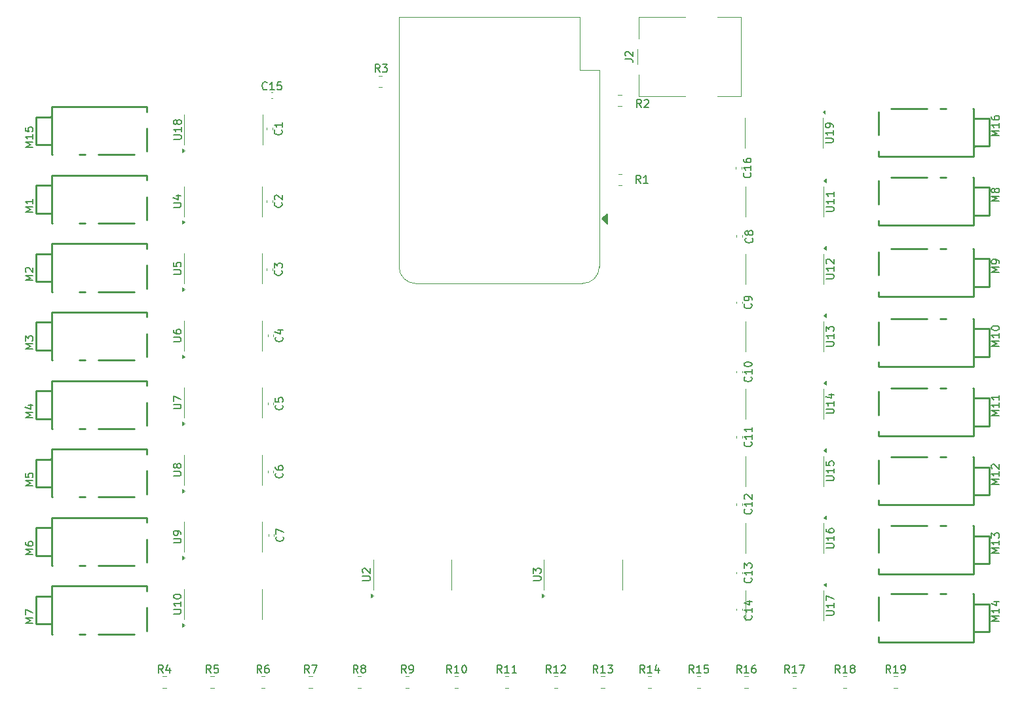
<source format=gbr>
%TF.GenerationSoftware,KiCad,Pcbnew,8.0.5*%
%TF.CreationDate,2025-03-09T15:17:30+08:00*%
%TF.ProjectId,hardware,68617264-7761-4726-952e-6b696361645f,rev?*%
%TF.SameCoordinates,Original*%
%TF.FileFunction,Legend,Top*%
%TF.FilePolarity,Positive*%
%FSLAX46Y46*%
G04 Gerber Fmt 4.6, Leading zero omitted, Abs format (unit mm)*
G04 Created by KiCad (PCBNEW 8.0.5) date 2025-03-09 15:17:30*
%MOMM*%
%LPD*%
G01*
G04 APERTURE LIST*
%ADD10C,0.150000*%
%ADD11C,0.120000*%
%ADD12C,0.254000*%
G04 APERTURE END LIST*
D10*
X175754819Y-104020236D02*
X176564342Y-104020236D01*
X176564342Y-104020236D02*
X176659580Y-103972617D01*
X176659580Y-103972617D02*
X176707200Y-103924998D01*
X176707200Y-103924998D02*
X176754819Y-103829760D01*
X176754819Y-103829760D02*
X176754819Y-103639284D01*
X176754819Y-103639284D02*
X176707200Y-103544046D01*
X176707200Y-103544046D02*
X176659580Y-103496427D01*
X176659580Y-103496427D02*
X176564342Y-103448808D01*
X176564342Y-103448808D02*
X175754819Y-103448808D01*
X176183390Y-102829760D02*
X176135771Y-102924998D01*
X176135771Y-102924998D02*
X176088152Y-102972617D01*
X176088152Y-102972617D02*
X175992914Y-103020236D01*
X175992914Y-103020236D02*
X175945295Y-103020236D01*
X175945295Y-103020236D02*
X175850057Y-102972617D01*
X175850057Y-102972617D02*
X175802438Y-102924998D01*
X175802438Y-102924998D02*
X175754819Y-102829760D01*
X175754819Y-102829760D02*
X175754819Y-102639284D01*
X175754819Y-102639284D02*
X175802438Y-102544046D01*
X175802438Y-102544046D02*
X175850057Y-102496427D01*
X175850057Y-102496427D02*
X175945295Y-102448808D01*
X175945295Y-102448808D02*
X175992914Y-102448808D01*
X175992914Y-102448808D02*
X176088152Y-102496427D01*
X176088152Y-102496427D02*
X176135771Y-102544046D01*
X176135771Y-102544046D02*
X176183390Y-102639284D01*
X176183390Y-102639284D02*
X176183390Y-102829760D01*
X176183390Y-102829760D02*
X176231009Y-102924998D01*
X176231009Y-102924998D02*
X176278628Y-102972617D01*
X176278628Y-102972617D02*
X176373866Y-103020236D01*
X176373866Y-103020236D02*
X176564342Y-103020236D01*
X176564342Y-103020236D02*
X176659580Y-102972617D01*
X176659580Y-102972617D02*
X176707200Y-102924998D01*
X176707200Y-102924998D02*
X176754819Y-102829760D01*
X176754819Y-102829760D02*
X176754819Y-102639284D01*
X176754819Y-102639284D02*
X176707200Y-102544046D01*
X176707200Y-102544046D02*
X176659580Y-102496427D01*
X176659580Y-102496427D02*
X176564342Y-102448808D01*
X176564342Y-102448808D02*
X176373866Y-102448808D01*
X176373866Y-102448808D02*
X176278628Y-102496427D01*
X176278628Y-102496427D02*
X176231009Y-102544046D01*
X176231009Y-102544046D02*
X176183390Y-102639284D01*
X250459580Y-122062857D02*
X250507200Y-122110476D01*
X250507200Y-122110476D02*
X250554819Y-122253333D01*
X250554819Y-122253333D02*
X250554819Y-122348571D01*
X250554819Y-122348571D02*
X250507200Y-122491428D01*
X250507200Y-122491428D02*
X250411961Y-122586666D01*
X250411961Y-122586666D02*
X250316723Y-122634285D01*
X250316723Y-122634285D02*
X250126247Y-122681904D01*
X250126247Y-122681904D02*
X249983390Y-122681904D01*
X249983390Y-122681904D02*
X249792914Y-122634285D01*
X249792914Y-122634285D02*
X249697676Y-122586666D01*
X249697676Y-122586666D02*
X249602438Y-122491428D01*
X249602438Y-122491428D02*
X249554819Y-122348571D01*
X249554819Y-122348571D02*
X249554819Y-122253333D01*
X249554819Y-122253333D02*
X249602438Y-122110476D01*
X249602438Y-122110476D02*
X249650057Y-122062857D01*
X250554819Y-121110476D02*
X250554819Y-121681904D01*
X250554819Y-121396190D02*
X249554819Y-121396190D01*
X249554819Y-121396190D02*
X249697676Y-121491428D01*
X249697676Y-121491428D02*
X249792914Y-121586666D01*
X249792914Y-121586666D02*
X249840533Y-121681904D01*
X249888152Y-120253333D02*
X250554819Y-120253333D01*
X249507200Y-120491428D02*
X250221485Y-120729523D01*
X250221485Y-120729523D02*
X250221485Y-120110476D01*
X260109819Y-95938093D02*
X260919342Y-95938093D01*
X260919342Y-95938093D02*
X261014580Y-95890474D01*
X261014580Y-95890474D02*
X261062200Y-95842855D01*
X261062200Y-95842855D02*
X261109819Y-95747617D01*
X261109819Y-95747617D02*
X261109819Y-95557141D01*
X261109819Y-95557141D02*
X261062200Y-95461903D01*
X261062200Y-95461903D02*
X261014580Y-95414284D01*
X261014580Y-95414284D02*
X260919342Y-95366665D01*
X260919342Y-95366665D02*
X260109819Y-95366665D01*
X261109819Y-94366665D02*
X261109819Y-94938093D01*
X261109819Y-94652379D02*
X260109819Y-94652379D01*
X260109819Y-94652379D02*
X260252676Y-94747617D01*
X260252676Y-94747617D02*
X260347914Y-94842855D01*
X260347914Y-94842855D02*
X260395533Y-94938093D01*
X260443152Y-93509522D02*
X261109819Y-93509522D01*
X260062200Y-93747617D02*
X260776485Y-93985712D01*
X260776485Y-93985712D02*
X260776485Y-93366665D01*
X224557142Y-129504819D02*
X224223809Y-129028628D01*
X223985714Y-129504819D02*
X223985714Y-128504819D01*
X223985714Y-128504819D02*
X224366666Y-128504819D01*
X224366666Y-128504819D02*
X224461904Y-128552438D01*
X224461904Y-128552438D02*
X224509523Y-128600057D01*
X224509523Y-128600057D02*
X224557142Y-128695295D01*
X224557142Y-128695295D02*
X224557142Y-128838152D01*
X224557142Y-128838152D02*
X224509523Y-128933390D01*
X224509523Y-128933390D02*
X224461904Y-128981009D01*
X224461904Y-128981009D02*
X224366666Y-129028628D01*
X224366666Y-129028628D02*
X223985714Y-129028628D01*
X225509523Y-129504819D02*
X224938095Y-129504819D01*
X225223809Y-129504819D02*
X225223809Y-128504819D01*
X225223809Y-128504819D02*
X225128571Y-128647676D01*
X225128571Y-128647676D02*
X225033333Y-128742914D01*
X225033333Y-128742914D02*
X224938095Y-128790533D01*
X225890476Y-128600057D02*
X225938095Y-128552438D01*
X225938095Y-128552438D02*
X226033333Y-128504819D01*
X226033333Y-128504819D02*
X226271428Y-128504819D01*
X226271428Y-128504819D02*
X226366666Y-128552438D01*
X226366666Y-128552438D02*
X226414285Y-128600057D01*
X226414285Y-128600057D02*
X226461904Y-128695295D01*
X226461904Y-128695295D02*
X226461904Y-128790533D01*
X226461904Y-128790533D02*
X226414285Y-128933390D01*
X226414285Y-128933390D02*
X225842857Y-129504819D01*
X225842857Y-129504819D02*
X226461904Y-129504819D01*
X282481820Y-122849213D02*
X281481820Y-122849213D01*
X281481820Y-122849213D02*
X282196105Y-122515880D01*
X282196105Y-122515880D02*
X281481820Y-122182547D01*
X281481820Y-122182547D02*
X282481820Y-122182547D01*
X282481820Y-121182547D02*
X282481820Y-121753975D01*
X282481820Y-121468261D02*
X281481820Y-121468261D01*
X281481820Y-121468261D02*
X281624677Y-121563499D01*
X281624677Y-121563499D02*
X281719915Y-121658737D01*
X281719915Y-121658737D02*
X281767534Y-121753975D01*
X281815153Y-120325404D02*
X282481820Y-120325404D01*
X281434201Y-120563499D02*
X282148486Y-120801594D01*
X282148486Y-120801594D02*
X282148486Y-120182547D01*
X230607142Y-129504819D02*
X230273809Y-129028628D01*
X230035714Y-129504819D02*
X230035714Y-128504819D01*
X230035714Y-128504819D02*
X230416666Y-128504819D01*
X230416666Y-128504819D02*
X230511904Y-128552438D01*
X230511904Y-128552438D02*
X230559523Y-128600057D01*
X230559523Y-128600057D02*
X230607142Y-128695295D01*
X230607142Y-128695295D02*
X230607142Y-128838152D01*
X230607142Y-128838152D02*
X230559523Y-128933390D01*
X230559523Y-128933390D02*
X230511904Y-128981009D01*
X230511904Y-128981009D02*
X230416666Y-129028628D01*
X230416666Y-129028628D02*
X230035714Y-129028628D01*
X231559523Y-129504819D02*
X230988095Y-129504819D01*
X231273809Y-129504819D02*
X231273809Y-128504819D01*
X231273809Y-128504819D02*
X231178571Y-128647676D01*
X231178571Y-128647676D02*
X231083333Y-128742914D01*
X231083333Y-128742914D02*
X230988095Y-128790533D01*
X231892857Y-128504819D02*
X232511904Y-128504819D01*
X232511904Y-128504819D02*
X232178571Y-128885771D01*
X232178571Y-128885771D02*
X232321428Y-128885771D01*
X232321428Y-128885771D02*
X232416666Y-128933390D01*
X232416666Y-128933390D02*
X232464285Y-128981009D01*
X232464285Y-128981009D02*
X232511904Y-129076247D01*
X232511904Y-129076247D02*
X232511904Y-129314342D01*
X232511904Y-129314342D02*
X232464285Y-129409580D01*
X232464285Y-129409580D02*
X232416666Y-129457200D01*
X232416666Y-129457200D02*
X232321428Y-129504819D01*
X232321428Y-129504819D02*
X232035714Y-129504819D01*
X232035714Y-129504819D02*
X231940476Y-129457200D01*
X231940476Y-129457200D02*
X231892857Y-129409580D01*
X157627819Y-114188876D02*
X156627819Y-114188876D01*
X156627819Y-114188876D02*
X157342104Y-113855543D01*
X157342104Y-113855543D02*
X156627819Y-113522210D01*
X156627819Y-113522210D02*
X157627819Y-113522210D01*
X156627819Y-112617448D02*
X156627819Y-112807924D01*
X156627819Y-112807924D02*
X156675438Y-112903162D01*
X156675438Y-112903162D02*
X156723057Y-112950781D01*
X156723057Y-112950781D02*
X156865914Y-113046019D01*
X156865914Y-113046019D02*
X157056390Y-113093638D01*
X157056390Y-113093638D02*
X157437342Y-113093638D01*
X157437342Y-113093638D02*
X157532580Y-113046019D01*
X157532580Y-113046019D02*
X157580200Y-112998400D01*
X157580200Y-112998400D02*
X157627819Y-112903162D01*
X157627819Y-112903162D02*
X157627819Y-112712686D01*
X157627819Y-112712686D02*
X157580200Y-112617448D01*
X157580200Y-112617448D02*
X157532580Y-112569829D01*
X157532580Y-112569829D02*
X157437342Y-112522210D01*
X157437342Y-112522210D02*
X157199247Y-112522210D01*
X157199247Y-112522210D02*
X157104009Y-112569829D01*
X157104009Y-112569829D02*
X157056390Y-112617448D01*
X157056390Y-112617448D02*
X157008771Y-112712686D01*
X157008771Y-112712686D02*
X157008771Y-112903162D01*
X157008771Y-112903162D02*
X157056390Y-112998400D01*
X157056390Y-112998400D02*
X157104009Y-113046019D01*
X157104009Y-113046019D02*
X157199247Y-113093638D01*
X260109819Y-122063094D02*
X260919342Y-122063094D01*
X260919342Y-122063094D02*
X261014580Y-122015475D01*
X261014580Y-122015475D02*
X261062200Y-121967856D01*
X261062200Y-121967856D02*
X261109819Y-121872618D01*
X261109819Y-121872618D02*
X261109819Y-121682142D01*
X261109819Y-121682142D02*
X261062200Y-121586904D01*
X261062200Y-121586904D02*
X261014580Y-121539285D01*
X261014580Y-121539285D02*
X260919342Y-121491666D01*
X260919342Y-121491666D02*
X260109819Y-121491666D01*
X261109819Y-120491666D02*
X261109819Y-121063094D01*
X261109819Y-120777380D02*
X260109819Y-120777380D01*
X260109819Y-120777380D02*
X260252676Y-120872618D01*
X260252676Y-120872618D02*
X260347914Y-120967856D01*
X260347914Y-120967856D02*
X260395533Y-121063094D01*
X260109819Y-120158332D02*
X260109819Y-119491666D01*
X260109819Y-119491666D02*
X261109819Y-119920237D01*
X180620833Y-129504819D02*
X180287500Y-129028628D01*
X180049405Y-129504819D02*
X180049405Y-128504819D01*
X180049405Y-128504819D02*
X180430357Y-128504819D01*
X180430357Y-128504819D02*
X180525595Y-128552438D01*
X180525595Y-128552438D02*
X180573214Y-128600057D01*
X180573214Y-128600057D02*
X180620833Y-128695295D01*
X180620833Y-128695295D02*
X180620833Y-128838152D01*
X180620833Y-128838152D02*
X180573214Y-128933390D01*
X180573214Y-128933390D02*
X180525595Y-128981009D01*
X180525595Y-128981009D02*
X180430357Y-129028628D01*
X180430357Y-129028628D02*
X180049405Y-129028628D01*
X181525595Y-128504819D02*
X181049405Y-128504819D01*
X181049405Y-128504819D02*
X181001786Y-128981009D01*
X181001786Y-128981009D02*
X181049405Y-128933390D01*
X181049405Y-128933390D02*
X181144643Y-128885771D01*
X181144643Y-128885771D02*
X181382738Y-128885771D01*
X181382738Y-128885771D02*
X181477976Y-128933390D01*
X181477976Y-128933390D02*
X181525595Y-128981009D01*
X181525595Y-128981009D02*
X181573214Y-129076247D01*
X181573214Y-129076247D02*
X181573214Y-129314342D01*
X181573214Y-129314342D02*
X181525595Y-129409580D01*
X181525595Y-129409580D02*
X181477976Y-129457200D01*
X181477976Y-129457200D02*
X181382738Y-129504819D01*
X181382738Y-129504819D02*
X181144643Y-129504819D01*
X181144643Y-129504819D02*
X181049405Y-129457200D01*
X181049405Y-129457200D02*
X181001786Y-129409580D01*
X250419580Y-81766666D02*
X250467200Y-81814285D01*
X250467200Y-81814285D02*
X250514819Y-81957142D01*
X250514819Y-81957142D02*
X250514819Y-82052380D01*
X250514819Y-82052380D02*
X250467200Y-82195237D01*
X250467200Y-82195237D02*
X250371961Y-82290475D01*
X250371961Y-82290475D02*
X250276723Y-82338094D01*
X250276723Y-82338094D02*
X250086247Y-82385713D01*
X250086247Y-82385713D02*
X249943390Y-82385713D01*
X249943390Y-82385713D02*
X249752914Y-82338094D01*
X249752914Y-82338094D02*
X249657676Y-82290475D01*
X249657676Y-82290475D02*
X249562438Y-82195237D01*
X249562438Y-82195237D02*
X249514819Y-82052380D01*
X249514819Y-82052380D02*
X249514819Y-81957142D01*
X249514819Y-81957142D02*
X249562438Y-81814285D01*
X249562438Y-81814285D02*
X249610057Y-81766666D01*
X250514819Y-81290475D02*
X250514819Y-81099999D01*
X250514819Y-81099999D02*
X250467200Y-81004761D01*
X250467200Y-81004761D02*
X250419580Y-80957142D01*
X250419580Y-80957142D02*
X250276723Y-80861904D01*
X250276723Y-80861904D02*
X250086247Y-80814285D01*
X250086247Y-80814285D02*
X249705295Y-80814285D01*
X249705295Y-80814285D02*
X249610057Y-80861904D01*
X249610057Y-80861904D02*
X249562438Y-80909523D01*
X249562438Y-80909523D02*
X249514819Y-81004761D01*
X249514819Y-81004761D02*
X249514819Y-81195237D01*
X249514819Y-81195237D02*
X249562438Y-81290475D01*
X249562438Y-81290475D02*
X249610057Y-81338094D01*
X249610057Y-81338094D02*
X249705295Y-81385713D01*
X249705295Y-81385713D02*
X249943390Y-81385713D01*
X249943390Y-81385713D02*
X250038628Y-81338094D01*
X250038628Y-81338094D02*
X250086247Y-81290475D01*
X250086247Y-81290475D02*
X250133866Y-81195237D01*
X250133866Y-81195237D02*
X250133866Y-81004761D01*
X250133866Y-81004761D02*
X250086247Y-80909523D01*
X250086247Y-80909523D02*
X250038628Y-80861904D01*
X250038628Y-80861904D02*
X249943390Y-80814285D01*
X268457142Y-129504819D02*
X268123809Y-129028628D01*
X267885714Y-129504819D02*
X267885714Y-128504819D01*
X267885714Y-128504819D02*
X268266666Y-128504819D01*
X268266666Y-128504819D02*
X268361904Y-128552438D01*
X268361904Y-128552438D02*
X268409523Y-128600057D01*
X268409523Y-128600057D02*
X268457142Y-128695295D01*
X268457142Y-128695295D02*
X268457142Y-128838152D01*
X268457142Y-128838152D02*
X268409523Y-128933390D01*
X268409523Y-128933390D02*
X268361904Y-128981009D01*
X268361904Y-128981009D02*
X268266666Y-129028628D01*
X268266666Y-129028628D02*
X267885714Y-129028628D01*
X269409523Y-129504819D02*
X268838095Y-129504819D01*
X269123809Y-129504819D02*
X269123809Y-128504819D01*
X269123809Y-128504819D02*
X269028571Y-128647676D01*
X269028571Y-128647676D02*
X268933333Y-128742914D01*
X268933333Y-128742914D02*
X268838095Y-128790533D01*
X269885714Y-129504819D02*
X270076190Y-129504819D01*
X270076190Y-129504819D02*
X270171428Y-129457200D01*
X270171428Y-129457200D02*
X270219047Y-129409580D01*
X270219047Y-129409580D02*
X270314285Y-129266723D01*
X270314285Y-129266723D02*
X270361904Y-129076247D01*
X270361904Y-129076247D02*
X270361904Y-128695295D01*
X270361904Y-128695295D02*
X270314285Y-128600057D01*
X270314285Y-128600057D02*
X270266666Y-128552438D01*
X270266666Y-128552438D02*
X270171428Y-128504819D01*
X270171428Y-128504819D02*
X269980952Y-128504819D01*
X269980952Y-128504819D02*
X269885714Y-128552438D01*
X269885714Y-128552438D02*
X269838095Y-128600057D01*
X269838095Y-128600057D02*
X269790476Y-128695295D01*
X269790476Y-128695295D02*
X269790476Y-128933390D01*
X269790476Y-128933390D02*
X269838095Y-129028628D01*
X269838095Y-129028628D02*
X269885714Y-129076247D01*
X269885714Y-129076247D02*
X269980952Y-129123866D01*
X269980952Y-129123866D02*
X270171428Y-129123866D01*
X270171428Y-129123866D02*
X270266666Y-129076247D01*
X270266666Y-129076247D02*
X270314285Y-129028628D01*
X270314285Y-129028628D02*
X270361904Y-128933390D01*
X193320833Y-129504819D02*
X192987500Y-129028628D01*
X192749405Y-129504819D02*
X192749405Y-128504819D01*
X192749405Y-128504819D02*
X193130357Y-128504819D01*
X193130357Y-128504819D02*
X193225595Y-128552438D01*
X193225595Y-128552438D02*
X193273214Y-128600057D01*
X193273214Y-128600057D02*
X193320833Y-128695295D01*
X193320833Y-128695295D02*
X193320833Y-128838152D01*
X193320833Y-128838152D02*
X193273214Y-128933390D01*
X193273214Y-128933390D02*
X193225595Y-128981009D01*
X193225595Y-128981009D02*
X193130357Y-129028628D01*
X193130357Y-129028628D02*
X192749405Y-129028628D01*
X193654167Y-128504819D02*
X194320833Y-128504819D01*
X194320833Y-128504819D02*
X193892262Y-129504819D01*
X282481820Y-60049213D02*
X281481820Y-60049213D01*
X281481820Y-60049213D02*
X282196105Y-59715880D01*
X282196105Y-59715880D02*
X281481820Y-59382547D01*
X281481820Y-59382547D02*
X282481820Y-59382547D01*
X282481820Y-58382547D02*
X282481820Y-58953975D01*
X282481820Y-58668261D02*
X281481820Y-58668261D01*
X281481820Y-58668261D02*
X281624677Y-58763499D01*
X281624677Y-58763499D02*
X281719915Y-58858737D01*
X281719915Y-58858737D02*
X281767534Y-58953975D01*
X281481820Y-57525404D02*
X281481820Y-57715880D01*
X281481820Y-57715880D02*
X281529439Y-57811118D01*
X281529439Y-57811118D02*
X281577058Y-57858737D01*
X281577058Y-57858737D02*
X281719915Y-57953975D01*
X281719915Y-57953975D02*
X281910391Y-58001594D01*
X281910391Y-58001594D02*
X282291343Y-58001594D01*
X282291343Y-58001594D02*
X282386581Y-57953975D01*
X282386581Y-57953975D02*
X282434201Y-57906356D01*
X282434201Y-57906356D02*
X282481820Y-57811118D01*
X282481820Y-57811118D02*
X282481820Y-57620642D01*
X282481820Y-57620642D02*
X282434201Y-57525404D01*
X282434201Y-57525404D02*
X282386581Y-57477785D01*
X282386581Y-57477785D02*
X282291343Y-57430166D01*
X282291343Y-57430166D02*
X282053248Y-57430166D01*
X282053248Y-57430166D02*
X281958010Y-57477785D01*
X281958010Y-57477785D02*
X281910391Y-57525404D01*
X281910391Y-57525404D02*
X281862772Y-57620642D01*
X281862772Y-57620642D02*
X281862772Y-57811118D01*
X281862772Y-57811118D02*
X281910391Y-57906356D01*
X281910391Y-57906356D02*
X281958010Y-57953975D01*
X281958010Y-57953975D02*
X282053248Y-58001594D01*
X175754819Y-95336903D02*
X176564342Y-95336903D01*
X176564342Y-95336903D02*
X176659580Y-95289284D01*
X176659580Y-95289284D02*
X176707200Y-95241665D01*
X176707200Y-95241665D02*
X176754819Y-95146427D01*
X176754819Y-95146427D02*
X176754819Y-94955951D01*
X176754819Y-94955951D02*
X176707200Y-94860713D01*
X176707200Y-94860713D02*
X176659580Y-94813094D01*
X176659580Y-94813094D02*
X176564342Y-94765475D01*
X176564342Y-94765475D02*
X175754819Y-94765475D01*
X175754819Y-94384522D02*
X175754819Y-93717856D01*
X175754819Y-93717856D02*
X176754819Y-94146427D01*
X250319580Y-64842857D02*
X250367200Y-64890476D01*
X250367200Y-64890476D02*
X250414819Y-65033333D01*
X250414819Y-65033333D02*
X250414819Y-65128571D01*
X250414819Y-65128571D02*
X250367200Y-65271428D01*
X250367200Y-65271428D02*
X250271961Y-65366666D01*
X250271961Y-65366666D02*
X250176723Y-65414285D01*
X250176723Y-65414285D02*
X249986247Y-65461904D01*
X249986247Y-65461904D02*
X249843390Y-65461904D01*
X249843390Y-65461904D02*
X249652914Y-65414285D01*
X249652914Y-65414285D02*
X249557676Y-65366666D01*
X249557676Y-65366666D02*
X249462438Y-65271428D01*
X249462438Y-65271428D02*
X249414819Y-65128571D01*
X249414819Y-65128571D02*
X249414819Y-65033333D01*
X249414819Y-65033333D02*
X249462438Y-64890476D01*
X249462438Y-64890476D02*
X249510057Y-64842857D01*
X250414819Y-63890476D02*
X250414819Y-64461904D01*
X250414819Y-64176190D02*
X249414819Y-64176190D01*
X249414819Y-64176190D02*
X249557676Y-64271428D01*
X249557676Y-64271428D02*
X249652914Y-64366666D01*
X249652914Y-64366666D02*
X249700533Y-64461904D01*
X249414819Y-63033333D02*
X249414819Y-63223809D01*
X249414819Y-63223809D02*
X249462438Y-63319047D01*
X249462438Y-63319047D02*
X249510057Y-63366666D01*
X249510057Y-63366666D02*
X249652914Y-63461904D01*
X249652914Y-63461904D02*
X249843390Y-63509523D01*
X249843390Y-63509523D02*
X250224342Y-63509523D01*
X250224342Y-63509523D02*
X250319580Y-63461904D01*
X250319580Y-63461904D02*
X250367200Y-63414285D01*
X250367200Y-63414285D02*
X250414819Y-63319047D01*
X250414819Y-63319047D02*
X250414819Y-63128571D01*
X250414819Y-63128571D02*
X250367200Y-63033333D01*
X250367200Y-63033333D02*
X250319580Y-62985714D01*
X250319580Y-62985714D02*
X250224342Y-62938095D01*
X250224342Y-62938095D02*
X249986247Y-62938095D01*
X249986247Y-62938095D02*
X249891009Y-62985714D01*
X249891009Y-62985714D02*
X249843390Y-63033333D01*
X249843390Y-63033333D02*
X249795771Y-63128571D01*
X249795771Y-63128571D02*
X249795771Y-63319047D01*
X249795771Y-63319047D02*
X249843390Y-63414285D01*
X249843390Y-63414285D02*
X249891009Y-63461904D01*
X249891009Y-63461904D02*
X249986247Y-63509523D01*
X234154818Y-50133333D02*
X234869103Y-50133333D01*
X234869103Y-50133333D02*
X235011960Y-50180952D01*
X235011960Y-50180952D02*
X235107199Y-50276190D01*
X235107199Y-50276190D02*
X235154818Y-50419047D01*
X235154818Y-50419047D02*
X235154818Y-50514285D01*
X234250056Y-49704761D02*
X234202437Y-49657142D01*
X234202437Y-49657142D02*
X234154818Y-49561904D01*
X234154818Y-49561904D02*
X234154818Y-49323809D01*
X234154818Y-49323809D02*
X234202437Y-49228571D01*
X234202437Y-49228571D02*
X234250056Y-49180952D01*
X234250056Y-49180952D02*
X234345294Y-49133333D01*
X234345294Y-49133333D02*
X234440532Y-49133333D01*
X234440532Y-49133333D02*
X234583389Y-49180952D01*
X234583389Y-49180952D02*
X235154818Y-49752380D01*
X235154818Y-49752380D02*
X235154818Y-49133333D01*
X175754819Y-77970237D02*
X176564342Y-77970237D01*
X176564342Y-77970237D02*
X176659580Y-77922618D01*
X176659580Y-77922618D02*
X176707200Y-77874999D01*
X176707200Y-77874999D02*
X176754819Y-77779761D01*
X176754819Y-77779761D02*
X176754819Y-77589285D01*
X176754819Y-77589285D02*
X176707200Y-77494047D01*
X176707200Y-77494047D02*
X176659580Y-77446428D01*
X176659580Y-77446428D02*
X176564342Y-77398809D01*
X176564342Y-77398809D02*
X175754819Y-77398809D01*
X175754819Y-76446428D02*
X175754819Y-76922618D01*
X175754819Y-76922618D02*
X176231009Y-76970237D01*
X176231009Y-76970237D02*
X176183390Y-76922618D01*
X176183390Y-76922618D02*
X176135771Y-76827380D01*
X176135771Y-76827380D02*
X176135771Y-76589285D01*
X176135771Y-76589285D02*
X176183390Y-76494047D01*
X176183390Y-76494047D02*
X176231009Y-76446428D01*
X176231009Y-76446428D02*
X176326247Y-76398809D01*
X176326247Y-76398809D02*
X176564342Y-76398809D01*
X176564342Y-76398809D02*
X176659580Y-76446428D01*
X176659580Y-76446428D02*
X176707200Y-76494047D01*
X176707200Y-76494047D02*
X176754819Y-76589285D01*
X176754819Y-76589285D02*
X176754819Y-76827380D01*
X176754819Y-76827380D02*
X176707200Y-76922618D01*
X176707200Y-76922618D02*
X176659580Y-76970237D01*
X157627819Y-61522214D02*
X156627819Y-61522214D01*
X156627819Y-61522214D02*
X157342104Y-61188881D01*
X157342104Y-61188881D02*
X156627819Y-60855548D01*
X156627819Y-60855548D02*
X157627819Y-60855548D01*
X157627819Y-59855548D02*
X157627819Y-60426976D01*
X157627819Y-60141262D02*
X156627819Y-60141262D01*
X156627819Y-60141262D02*
X156770676Y-60236500D01*
X156770676Y-60236500D02*
X156865914Y-60331738D01*
X156865914Y-60331738D02*
X156913533Y-60426976D01*
X156627819Y-58950786D02*
X156627819Y-59426976D01*
X156627819Y-59426976D02*
X157104009Y-59474595D01*
X157104009Y-59474595D02*
X157056390Y-59426976D01*
X157056390Y-59426976D02*
X157008771Y-59331738D01*
X157008771Y-59331738D02*
X157008771Y-59093643D01*
X157008771Y-59093643D02*
X157056390Y-58998405D01*
X157056390Y-58998405D02*
X157104009Y-58950786D01*
X157104009Y-58950786D02*
X157199247Y-58903167D01*
X157199247Y-58903167D02*
X157437342Y-58903167D01*
X157437342Y-58903167D02*
X157532580Y-58950786D01*
X157532580Y-58950786D02*
X157580200Y-58998405D01*
X157580200Y-58998405D02*
X157627819Y-59093643D01*
X157627819Y-59093643D02*
X157627819Y-59331738D01*
X157627819Y-59331738D02*
X157580200Y-59426976D01*
X157580200Y-59426976D02*
X157532580Y-59474595D01*
X175754819Y-112703569D02*
X176564342Y-112703569D01*
X176564342Y-112703569D02*
X176659580Y-112655950D01*
X176659580Y-112655950D02*
X176707200Y-112608331D01*
X176707200Y-112608331D02*
X176754819Y-112513093D01*
X176754819Y-112513093D02*
X176754819Y-112322617D01*
X176754819Y-112322617D02*
X176707200Y-112227379D01*
X176707200Y-112227379D02*
X176659580Y-112179760D01*
X176659580Y-112179760D02*
X176564342Y-112132141D01*
X176564342Y-112132141D02*
X175754819Y-112132141D01*
X176754819Y-111608331D02*
X176754819Y-111417855D01*
X176754819Y-111417855D02*
X176707200Y-111322617D01*
X176707200Y-111322617D02*
X176659580Y-111274998D01*
X176659580Y-111274998D02*
X176516723Y-111179760D01*
X176516723Y-111179760D02*
X176326247Y-111132141D01*
X176326247Y-111132141D02*
X175945295Y-111132141D01*
X175945295Y-111132141D02*
X175850057Y-111179760D01*
X175850057Y-111179760D02*
X175802438Y-111227379D01*
X175802438Y-111227379D02*
X175754819Y-111322617D01*
X175754819Y-111322617D02*
X175754819Y-111513093D01*
X175754819Y-111513093D02*
X175802438Y-111608331D01*
X175802438Y-111608331D02*
X175850057Y-111655950D01*
X175850057Y-111655950D02*
X175945295Y-111703569D01*
X175945295Y-111703569D02*
X176183390Y-111703569D01*
X176183390Y-111703569D02*
X176278628Y-111655950D01*
X176278628Y-111655950D02*
X176326247Y-111608331D01*
X176326247Y-111608331D02*
X176373866Y-111513093D01*
X176373866Y-111513093D02*
X176373866Y-111322617D01*
X176373866Y-111322617D02*
X176326247Y-111227379D01*
X176326247Y-111227379D02*
X176278628Y-111179760D01*
X176278628Y-111179760D02*
X176183390Y-111132141D01*
X189719580Y-68666666D02*
X189767200Y-68714285D01*
X189767200Y-68714285D02*
X189814819Y-68857142D01*
X189814819Y-68857142D02*
X189814819Y-68952380D01*
X189814819Y-68952380D02*
X189767200Y-69095237D01*
X189767200Y-69095237D02*
X189671961Y-69190475D01*
X189671961Y-69190475D02*
X189576723Y-69238094D01*
X189576723Y-69238094D02*
X189386247Y-69285713D01*
X189386247Y-69285713D02*
X189243390Y-69285713D01*
X189243390Y-69285713D02*
X189052914Y-69238094D01*
X189052914Y-69238094D02*
X188957676Y-69190475D01*
X188957676Y-69190475D02*
X188862438Y-69095237D01*
X188862438Y-69095237D02*
X188814819Y-68952380D01*
X188814819Y-68952380D02*
X188814819Y-68857142D01*
X188814819Y-68857142D02*
X188862438Y-68714285D01*
X188862438Y-68714285D02*
X188910057Y-68666666D01*
X188910057Y-68285713D02*
X188862438Y-68238094D01*
X188862438Y-68238094D02*
X188814819Y-68142856D01*
X188814819Y-68142856D02*
X188814819Y-67904761D01*
X188814819Y-67904761D02*
X188862438Y-67809523D01*
X188862438Y-67809523D02*
X188910057Y-67761904D01*
X188910057Y-67761904D02*
X189005295Y-67714285D01*
X189005295Y-67714285D02*
X189100533Y-67714285D01*
X189100533Y-67714285D02*
X189243390Y-67761904D01*
X189243390Y-67761904D02*
X189814819Y-68333332D01*
X189814819Y-68333332D02*
X189814819Y-67714285D01*
X189719580Y-59286666D02*
X189767200Y-59334285D01*
X189767200Y-59334285D02*
X189814819Y-59477142D01*
X189814819Y-59477142D02*
X189814819Y-59572380D01*
X189814819Y-59572380D02*
X189767200Y-59715237D01*
X189767200Y-59715237D02*
X189671961Y-59810475D01*
X189671961Y-59810475D02*
X189576723Y-59858094D01*
X189576723Y-59858094D02*
X189386247Y-59905713D01*
X189386247Y-59905713D02*
X189243390Y-59905713D01*
X189243390Y-59905713D02*
X189052914Y-59858094D01*
X189052914Y-59858094D02*
X188957676Y-59810475D01*
X188957676Y-59810475D02*
X188862438Y-59715237D01*
X188862438Y-59715237D02*
X188814819Y-59572380D01*
X188814819Y-59572380D02*
X188814819Y-59477142D01*
X188814819Y-59477142D02*
X188862438Y-59334285D01*
X188862438Y-59334285D02*
X188910057Y-59286666D01*
X189814819Y-58334285D02*
X189814819Y-58905713D01*
X189814819Y-58619999D02*
X188814819Y-58619999D01*
X188814819Y-58619999D02*
X188957676Y-58715237D01*
X188957676Y-58715237D02*
X189052914Y-58810475D01*
X189052914Y-58810475D02*
X189100533Y-58905713D01*
X157627819Y-96474592D02*
X156627819Y-96474592D01*
X156627819Y-96474592D02*
X157342104Y-96141259D01*
X157342104Y-96141259D02*
X156627819Y-95807926D01*
X156627819Y-95807926D02*
X157627819Y-95807926D01*
X156961152Y-94903164D02*
X157627819Y-94903164D01*
X156580200Y-95141259D02*
X157294485Y-95379354D01*
X157294485Y-95379354D02*
X157294485Y-94760307D01*
X222254819Y-117561904D02*
X223064342Y-117561904D01*
X223064342Y-117561904D02*
X223159580Y-117514285D01*
X223159580Y-117514285D02*
X223207200Y-117466666D01*
X223207200Y-117466666D02*
X223254819Y-117371428D01*
X223254819Y-117371428D02*
X223254819Y-117180952D01*
X223254819Y-117180952D02*
X223207200Y-117085714D01*
X223207200Y-117085714D02*
X223159580Y-117038095D01*
X223159580Y-117038095D02*
X223064342Y-116990476D01*
X223064342Y-116990476D02*
X222254819Y-116990476D01*
X222254819Y-116609523D02*
X222254819Y-115990476D01*
X222254819Y-115990476D02*
X222635771Y-116323809D01*
X222635771Y-116323809D02*
X222635771Y-116180952D01*
X222635771Y-116180952D02*
X222683390Y-116085714D01*
X222683390Y-116085714D02*
X222731009Y-116038095D01*
X222731009Y-116038095D02*
X222826247Y-115990476D01*
X222826247Y-115990476D02*
X223064342Y-115990476D01*
X223064342Y-115990476D02*
X223159580Y-116038095D01*
X223159580Y-116038095D02*
X223207200Y-116085714D01*
X223207200Y-116085714D02*
X223254819Y-116180952D01*
X223254819Y-116180952D02*
X223254819Y-116466666D01*
X223254819Y-116466666D02*
X223207200Y-116561904D01*
X223207200Y-116561904D02*
X223159580Y-116609523D01*
X250419580Y-117222857D02*
X250467200Y-117270476D01*
X250467200Y-117270476D02*
X250514819Y-117413333D01*
X250514819Y-117413333D02*
X250514819Y-117508571D01*
X250514819Y-117508571D02*
X250467200Y-117651428D01*
X250467200Y-117651428D02*
X250371961Y-117746666D01*
X250371961Y-117746666D02*
X250276723Y-117794285D01*
X250276723Y-117794285D02*
X250086247Y-117841904D01*
X250086247Y-117841904D02*
X249943390Y-117841904D01*
X249943390Y-117841904D02*
X249752914Y-117794285D01*
X249752914Y-117794285D02*
X249657676Y-117746666D01*
X249657676Y-117746666D02*
X249562438Y-117651428D01*
X249562438Y-117651428D02*
X249514819Y-117508571D01*
X249514819Y-117508571D02*
X249514819Y-117413333D01*
X249514819Y-117413333D02*
X249562438Y-117270476D01*
X249562438Y-117270476D02*
X249610057Y-117222857D01*
X250514819Y-116270476D02*
X250514819Y-116841904D01*
X250514819Y-116556190D02*
X249514819Y-116556190D01*
X249514819Y-116556190D02*
X249657676Y-116651428D01*
X249657676Y-116651428D02*
X249752914Y-116746666D01*
X249752914Y-116746666D02*
X249800533Y-116841904D01*
X249514819Y-115937142D02*
X249514819Y-115318095D01*
X249514819Y-115318095D02*
X249895771Y-115651428D01*
X249895771Y-115651428D02*
X249895771Y-115508571D01*
X249895771Y-115508571D02*
X249943390Y-115413333D01*
X249943390Y-115413333D02*
X249991009Y-115365714D01*
X249991009Y-115365714D02*
X250086247Y-115318095D01*
X250086247Y-115318095D02*
X250324342Y-115318095D01*
X250324342Y-115318095D02*
X250419580Y-115365714D01*
X250419580Y-115365714D02*
X250467200Y-115413333D01*
X250467200Y-115413333D02*
X250514819Y-115508571D01*
X250514819Y-115508571D02*
X250514819Y-115794285D01*
X250514819Y-115794285D02*
X250467200Y-115889523D01*
X250467200Y-115889523D02*
X250419580Y-115937142D01*
X157627819Y-87617450D02*
X156627819Y-87617450D01*
X156627819Y-87617450D02*
X157342104Y-87284117D01*
X157342104Y-87284117D02*
X156627819Y-86950784D01*
X156627819Y-86950784D02*
X157627819Y-86950784D01*
X156627819Y-86569831D02*
X156627819Y-85950784D01*
X156627819Y-85950784D02*
X157008771Y-86284117D01*
X157008771Y-86284117D02*
X157008771Y-86141260D01*
X157008771Y-86141260D02*
X157056390Y-86046022D01*
X157056390Y-86046022D02*
X157104009Y-85998403D01*
X157104009Y-85998403D02*
X157199247Y-85950784D01*
X157199247Y-85950784D02*
X157437342Y-85950784D01*
X157437342Y-85950784D02*
X157532580Y-85998403D01*
X157532580Y-85998403D02*
X157580200Y-86046022D01*
X157580200Y-86046022D02*
X157627819Y-86141260D01*
X157627819Y-86141260D02*
X157627819Y-86426974D01*
X157627819Y-86426974D02*
X157580200Y-86522212D01*
X157580200Y-86522212D02*
X157532580Y-86569831D01*
X236657142Y-129504819D02*
X236323809Y-129028628D01*
X236085714Y-129504819D02*
X236085714Y-128504819D01*
X236085714Y-128504819D02*
X236466666Y-128504819D01*
X236466666Y-128504819D02*
X236561904Y-128552438D01*
X236561904Y-128552438D02*
X236609523Y-128600057D01*
X236609523Y-128600057D02*
X236657142Y-128695295D01*
X236657142Y-128695295D02*
X236657142Y-128838152D01*
X236657142Y-128838152D02*
X236609523Y-128933390D01*
X236609523Y-128933390D02*
X236561904Y-128981009D01*
X236561904Y-128981009D02*
X236466666Y-129028628D01*
X236466666Y-129028628D02*
X236085714Y-129028628D01*
X237609523Y-129504819D02*
X237038095Y-129504819D01*
X237323809Y-129504819D02*
X237323809Y-128504819D01*
X237323809Y-128504819D02*
X237228571Y-128647676D01*
X237228571Y-128647676D02*
X237133333Y-128742914D01*
X237133333Y-128742914D02*
X237038095Y-128790533D01*
X238466666Y-128838152D02*
X238466666Y-129504819D01*
X238228571Y-128457200D02*
X237990476Y-129171485D01*
X237990476Y-129171485D02*
X238609523Y-129171485D01*
X249157142Y-129504819D02*
X248823809Y-129028628D01*
X248585714Y-129504819D02*
X248585714Y-128504819D01*
X248585714Y-128504819D02*
X248966666Y-128504819D01*
X248966666Y-128504819D02*
X249061904Y-128552438D01*
X249061904Y-128552438D02*
X249109523Y-128600057D01*
X249109523Y-128600057D02*
X249157142Y-128695295D01*
X249157142Y-128695295D02*
X249157142Y-128838152D01*
X249157142Y-128838152D02*
X249109523Y-128933390D01*
X249109523Y-128933390D02*
X249061904Y-128981009D01*
X249061904Y-128981009D02*
X248966666Y-129028628D01*
X248966666Y-129028628D02*
X248585714Y-129028628D01*
X250109523Y-129504819D02*
X249538095Y-129504819D01*
X249823809Y-129504819D02*
X249823809Y-128504819D01*
X249823809Y-128504819D02*
X249728571Y-128647676D01*
X249728571Y-128647676D02*
X249633333Y-128742914D01*
X249633333Y-128742914D02*
X249538095Y-128790533D01*
X250966666Y-128504819D02*
X250776190Y-128504819D01*
X250776190Y-128504819D02*
X250680952Y-128552438D01*
X250680952Y-128552438D02*
X250633333Y-128600057D01*
X250633333Y-128600057D02*
X250538095Y-128742914D01*
X250538095Y-128742914D02*
X250490476Y-128933390D01*
X250490476Y-128933390D02*
X250490476Y-129314342D01*
X250490476Y-129314342D02*
X250538095Y-129409580D01*
X250538095Y-129409580D02*
X250585714Y-129457200D01*
X250585714Y-129457200D02*
X250680952Y-129504819D01*
X250680952Y-129504819D02*
X250871428Y-129504819D01*
X250871428Y-129504819D02*
X250966666Y-129457200D01*
X250966666Y-129457200D02*
X251014285Y-129409580D01*
X251014285Y-129409580D02*
X251061904Y-129314342D01*
X251061904Y-129314342D02*
X251061904Y-129076247D01*
X251061904Y-129076247D02*
X251014285Y-128981009D01*
X251014285Y-128981009D02*
X250966666Y-128933390D01*
X250966666Y-128933390D02*
X250871428Y-128885771D01*
X250871428Y-128885771D02*
X250680952Y-128885771D01*
X250680952Y-128885771D02*
X250585714Y-128933390D01*
X250585714Y-128933390D02*
X250538095Y-128981009D01*
X250538095Y-128981009D02*
X250490476Y-129076247D01*
X211707142Y-129504819D02*
X211373809Y-129028628D01*
X211135714Y-129504819D02*
X211135714Y-128504819D01*
X211135714Y-128504819D02*
X211516666Y-128504819D01*
X211516666Y-128504819D02*
X211611904Y-128552438D01*
X211611904Y-128552438D02*
X211659523Y-128600057D01*
X211659523Y-128600057D02*
X211707142Y-128695295D01*
X211707142Y-128695295D02*
X211707142Y-128838152D01*
X211707142Y-128838152D02*
X211659523Y-128933390D01*
X211659523Y-128933390D02*
X211611904Y-128981009D01*
X211611904Y-128981009D02*
X211516666Y-129028628D01*
X211516666Y-129028628D02*
X211135714Y-129028628D01*
X212659523Y-129504819D02*
X212088095Y-129504819D01*
X212373809Y-129504819D02*
X212373809Y-128504819D01*
X212373809Y-128504819D02*
X212278571Y-128647676D01*
X212278571Y-128647676D02*
X212183333Y-128742914D01*
X212183333Y-128742914D02*
X212088095Y-128790533D01*
X213278571Y-128504819D02*
X213373809Y-128504819D01*
X213373809Y-128504819D02*
X213469047Y-128552438D01*
X213469047Y-128552438D02*
X213516666Y-128600057D01*
X213516666Y-128600057D02*
X213564285Y-128695295D01*
X213564285Y-128695295D02*
X213611904Y-128885771D01*
X213611904Y-128885771D02*
X213611904Y-129123866D01*
X213611904Y-129123866D02*
X213564285Y-129314342D01*
X213564285Y-129314342D02*
X213516666Y-129409580D01*
X213516666Y-129409580D02*
X213469047Y-129457200D01*
X213469047Y-129457200D02*
X213373809Y-129504819D01*
X213373809Y-129504819D02*
X213278571Y-129504819D01*
X213278571Y-129504819D02*
X213183333Y-129457200D01*
X213183333Y-129457200D02*
X213135714Y-129409580D01*
X213135714Y-129409580D02*
X213088095Y-129314342D01*
X213088095Y-129314342D02*
X213040476Y-129123866D01*
X213040476Y-129123866D02*
X213040476Y-128885771D01*
X213040476Y-128885771D02*
X213088095Y-128695295D01*
X213088095Y-128695295D02*
X213135714Y-128600057D01*
X213135714Y-128600057D02*
X213183333Y-128552438D01*
X213183333Y-128552438D02*
X213278571Y-128504819D01*
X157627819Y-105331734D02*
X156627819Y-105331734D01*
X156627819Y-105331734D02*
X157342104Y-104998401D01*
X157342104Y-104998401D02*
X156627819Y-104665068D01*
X156627819Y-104665068D02*
X157627819Y-104665068D01*
X156627819Y-103712687D02*
X156627819Y-104188877D01*
X156627819Y-104188877D02*
X157104009Y-104236496D01*
X157104009Y-104236496D02*
X157056390Y-104188877D01*
X157056390Y-104188877D02*
X157008771Y-104093639D01*
X157008771Y-104093639D02*
X157008771Y-103855544D01*
X157008771Y-103855544D02*
X157056390Y-103760306D01*
X157056390Y-103760306D02*
X157104009Y-103712687D01*
X157104009Y-103712687D02*
X157199247Y-103665068D01*
X157199247Y-103665068D02*
X157437342Y-103665068D01*
X157437342Y-103665068D02*
X157532580Y-103712687D01*
X157532580Y-103712687D02*
X157580200Y-103760306D01*
X157580200Y-103760306D02*
X157627819Y-103855544D01*
X157627819Y-103855544D02*
X157627819Y-104093639D01*
X157627819Y-104093639D02*
X157580200Y-104188877D01*
X157580200Y-104188877D02*
X157532580Y-104236496D01*
X205833333Y-129504819D02*
X205500000Y-129028628D01*
X205261905Y-129504819D02*
X205261905Y-128504819D01*
X205261905Y-128504819D02*
X205642857Y-128504819D01*
X205642857Y-128504819D02*
X205738095Y-128552438D01*
X205738095Y-128552438D02*
X205785714Y-128600057D01*
X205785714Y-128600057D02*
X205833333Y-128695295D01*
X205833333Y-128695295D02*
X205833333Y-128838152D01*
X205833333Y-128838152D02*
X205785714Y-128933390D01*
X205785714Y-128933390D02*
X205738095Y-128981009D01*
X205738095Y-128981009D02*
X205642857Y-129028628D01*
X205642857Y-129028628D02*
X205261905Y-129028628D01*
X206309524Y-129504819D02*
X206500000Y-129504819D01*
X206500000Y-129504819D02*
X206595238Y-129457200D01*
X206595238Y-129457200D02*
X206642857Y-129409580D01*
X206642857Y-129409580D02*
X206738095Y-129266723D01*
X206738095Y-129266723D02*
X206785714Y-129076247D01*
X206785714Y-129076247D02*
X206785714Y-128695295D01*
X206785714Y-128695295D02*
X206738095Y-128600057D01*
X206738095Y-128600057D02*
X206690476Y-128552438D01*
X206690476Y-128552438D02*
X206595238Y-128504819D01*
X206595238Y-128504819D02*
X206404762Y-128504819D01*
X206404762Y-128504819D02*
X206309524Y-128552438D01*
X206309524Y-128552438D02*
X206261905Y-128600057D01*
X206261905Y-128600057D02*
X206214286Y-128695295D01*
X206214286Y-128695295D02*
X206214286Y-128933390D01*
X206214286Y-128933390D02*
X206261905Y-129028628D01*
X206261905Y-129028628D02*
X206309524Y-129076247D01*
X206309524Y-129076247D02*
X206404762Y-129123866D01*
X206404762Y-129123866D02*
X206595238Y-129123866D01*
X206595238Y-129123866D02*
X206690476Y-129076247D01*
X206690476Y-129076247D02*
X206738095Y-129028628D01*
X206738095Y-129028628D02*
X206785714Y-128933390D01*
X236133333Y-66154819D02*
X235800000Y-65678628D01*
X235561905Y-66154819D02*
X235561905Y-65154819D01*
X235561905Y-65154819D02*
X235942857Y-65154819D01*
X235942857Y-65154819D02*
X236038095Y-65202438D01*
X236038095Y-65202438D02*
X236085714Y-65250057D01*
X236085714Y-65250057D02*
X236133333Y-65345295D01*
X236133333Y-65345295D02*
X236133333Y-65488152D01*
X236133333Y-65488152D02*
X236085714Y-65583390D01*
X236085714Y-65583390D02*
X236038095Y-65631009D01*
X236038095Y-65631009D02*
X235942857Y-65678628D01*
X235942857Y-65678628D02*
X235561905Y-65678628D01*
X237085714Y-66154819D02*
X236514286Y-66154819D01*
X236800000Y-66154819D02*
X236800000Y-65154819D01*
X236800000Y-65154819D02*
X236704762Y-65297676D01*
X236704762Y-65297676D02*
X236609524Y-65392914D01*
X236609524Y-65392914D02*
X236514286Y-65440533D01*
X260109819Y-113354759D02*
X260919342Y-113354759D01*
X260919342Y-113354759D02*
X261014580Y-113307140D01*
X261014580Y-113307140D02*
X261062200Y-113259521D01*
X261062200Y-113259521D02*
X261109819Y-113164283D01*
X261109819Y-113164283D02*
X261109819Y-112973807D01*
X261109819Y-112973807D02*
X261062200Y-112878569D01*
X261062200Y-112878569D02*
X261014580Y-112830950D01*
X261014580Y-112830950D02*
X260919342Y-112783331D01*
X260919342Y-112783331D02*
X260109819Y-112783331D01*
X261109819Y-111783331D02*
X261109819Y-112354759D01*
X261109819Y-112069045D02*
X260109819Y-112069045D01*
X260109819Y-112069045D02*
X260252676Y-112164283D01*
X260252676Y-112164283D02*
X260347914Y-112259521D01*
X260347914Y-112259521D02*
X260395533Y-112354759D01*
X260109819Y-110926188D02*
X260109819Y-111116664D01*
X260109819Y-111116664D02*
X260157438Y-111211902D01*
X260157438Y-111211902D02*
X260205057Y-111259521D01*
X260205057Y-111259521D02*
X260347914Y-111354759D01*
X260347914Y-111354759D02*
X260538390Y-111402378D01*
X260538390Y-111402378D02*
X260919342Y-111402378D01*
X260919342Y-111402378D02*
X261014580Y-111354759D01*
X261014580Y-111354759D02*
X261062200Y-111307140D01*
X261062200Y-111307140D02*
X261109819Y-111211902D01*
X261109819Y-111211902D02*
X261109819Y-111021426D01*
X261109819Y-111021426D02*
X261062200Y-110926188D01*
X261062200Y-110926188D02*
X261014580Y-110878569D01*
X261014580Y-110878569D02*
X260919342Y-110830950D01*
X260919342Y-110830950D02*
X260681247Y-110830950D01*
X260681247Y-110830950D02*
X260586009Y-110878569D01*
X260586009Y-110878569D02*
X260538390Y-110926188D01*
X260538390Y-110926188D02*
X260490771Y-111021426D01*
X260490771Y-111021426D02*
X260490771Y-111211902D01*
X260490771Y-111211902D02*
X260538390Y-111307140D01*
X260538390Y-111307140D02*
X260586009Y-111354759D01*
X260586009Y-111354759D02*
X260681247Y-111402378D01*
X157627819Y-69903166D02*
X156627819Y-69903166D01*
X156627819Y-69903166D02*
X157342104Y-69569833D01*
X157342104Y-69569833D02*
X156627819Y-69236500D01*
X156627819Y-69236500D02*
X157627819Y-69236500D01*
X157627819Y-68236500D02*
X157627819Y-68807928D01*
X157627819Y-68522214D02*
X156627819Y-68522214D01*
X156627819Y-68522214D02*
X156770676Y-68617452D01*
X156770676Y-68617452D02*
X156865914Y-68712690D01*
X156865914Y-68712690D02*
X156913533Y-68807928D01*
X175754819Y-86653570D02*
X176564342Y-86653570D01*
X176564342Y-86653570D02*
X176659580Y-86605951D01*
X176659580Y-86605951D02*
X176707200Y-86558332D01*
X176707200Y-86558332D02*
X176754819Y-86463094D01*
X176754819Y-86463094D02*
X176754819Y-86272618D01*
X176754819Y-86272618D02*
X176707200Y-86177380D01*
X176707200Y-86177380D02*
X176659580Y-86129761D01*
X176659580Y-86129761D02*
X176564342Y-86082142D01*
X176564342Y-86082142D02*
X175754819Y-86082142D01*
X175754819Y-85177380D02*
X175754819Y-85367856D01*
X175754819Y-85367856D02*
X175802438Y-85463094D01*
X175802438Y-85463094D02*
X175850057Y-85510713D01*
X175850057Y-85510713D02*
X175992914Y-85605951D01*
X175992914Y-85605951D02*
X176183390Y-85653570D01*
X176183390Y-85653570D02*
X176564342Y-85653570D01*
X176564342Y-85653570D02*
X176659580Y-85605951D01*
X176659580Y-85605951D02*
X176707200Y-85558332D01*
X176707200Y-85558332D02*
X176754819Y-85463094D01*
X176754819Y-85463094D02*
X176754819Y-85272618D01*
X176754819Y-85272618D02*
X176707200Y-85177380D01*
X176707200Y-85177380D02*
X176659580Y-85129761D01*
X176659580Y-85129761D02*
X176564342Y-85082142D01*
X176564342Y-85082142D02*
X176326247Y-85082142D01*
X176326247Y-85082142D02*
X176231009Y-85129761D01*
X176231009Y-85129761D02*
X176183390Y-85177380D01*
X176183390Y-85177380D02*
X176135771Y-85272618D01*
X176135771Y-85272618D02*
X176135771Y-85463094D01*
X176135771Y-85463094D02*
X176183390Y-85558332D01*
X176183390Y-85558332D02*
X176231009Y-85605951D01*
X176231009Y-85605951D02*
X176326247Y-85653570D01*
X250419580Y-91222857D02*
X250467200Y-91270476D01*
X250467200Y-91270476D02*
X250514819Y-91413333D01*
X250514819Y-91413333D02*
X250514819Y-91508571D01*
X250514819Y-91508571D02*
X250467200Y-91651428D01*
X250467200Y-91651428D02*
X250371961Y-91746666D01*
X250371961Y-91746666D02*
X250276723Y-91794285D01*
X250276723Y-91794285D02*
X250086247Y-91841904D01*
X250086247Y-91841904D02*
X249943390Y-91841904D01*
X249943390Y-91841904D02*
X249752914Y-91794285D01*
X249752914Y-91794285D02*
X249657676Y-91746666D01*
X249657676Y-91746666D02*
X249562438Y-91651428D01*
X249562438Y-91651428D02*
X249514819Y-91508571D01*
X249514819Y-91508571D02*
X249514819Y-91413333D01*
X249514819Y-91413333D02*
X249562438Y-91270476D01*
X249562438Y-91270476D02*
X249610057Y-91222857D01*
X250514819Y-90270476D02*
X250514819Y-90841904D01*
X250514819Y-90556190D02*
X249514819Y-90556190D01*
X249514819Y-90556190D02*
X249657676Y-90651428D01*
X249657676Y-90651428D02*
X249752914Y-90746666D01*
X249752914Y-90746666D02*
X249800533Y-90841904D01*
X249514819Y-89651428D02*
X249514819Y-89556190D01*
X249514819Y-89556190D02*
X249562438Y-89460952D01*
X249562438Y-89460952D02*
X249610057Y-89413333D01*
X249610057Y-89413333D02*
X249705295Y-89365714D01*
X249705295Y-89365714D02*
X249895771Y-89318095D01*
X249895771Y-89318095D02*
X250133866Y-89318095D01*
X250133866Y-89318095D02*
X250324342Y-89365714D01*
X250324342Y-89365714D02*
X250419580Y-89413333D01*
X250419580Y-89413333D02*
X250467200Y-89460952D01*
X250467200Y-89460952D02*
X250514819Y-89556190D01*
X250514819Y-89556190D02*
X250514819Y-89651428D01*
X250514819Y-89651428D02*
X250467200Y-89746666D01*
X250467200Y-89746666D02*
X250419580Y-89794285D01*
X250419580Y-89794285D02*
X250324342Y-89841904D01*
X250324342Y-89841904D02*
X250133866Y-89889523D01*
X250133866Y-89889523D02*
X249895771Y-89889523D01*
X249895771Y-89889523D02*
X249705295Y-89841904D01*
X249705295Y-89841904D02*
X249610057Y-89794285D01*
X249610057Y-89794285D02*
X249562438Y-89746666D01*
X249562438Y-89746666D02*
X249514819Y-89651428D01*
X250559580Y-73266666D02*
X250607200Y-73314285D01*
X250607200Y-73314285D02*
X250654819Y-73457142D01*
X250654819Y-73457142D02*
X250654819Y-73552380D01*
X250654819Y-73552380D02*
X250607200Y-73695237D01*
X250607200Y-73695237D02*
X250511961Y-73790475D01*
X250511961Y-73790475D02*
X250416723Y-73838094D01*
X250416723Y-73838094D02*
X250226247Y-73885713D01*
X250226247Y-73885713D02*
X250083390Y-73885713D01*
X250083390Y-73885713D02*
X249892914Y-73838094D01*
X249892914Y-73838094D02*
X249797676Y-73790475D01*
X249797676Y-73790475D02*
X249702438Y-73695237D01*
X249702438Y-73695237D02*
X249654819Y-73552380D01*
X249654819Y-73552380D02*
X249654819Y-73457142D01*
X249654819Y-73457142D02*
X249702438Y-73314285D01*
X249702438Y-73314285D02*
X249750057Y-73266666D01*
X250083390Y-72695237D02*
X250035771Y-72790475D01*
X250035771Y-72790475D02*
X249988152Y-72838094D01*
X249988152Y-72838094D02*
X249892914Y-72885713D01*
X249892914Y-72885713D02*
X249845295Y-72885713D01*
X249845295Y-72885713D02*
X249750057Y-72838094D01*
X249750057Y-72838094D02*
X249702438Y-72790475D01*
X249702438Y-72790475D02*
X249654819Y-72695237D01*
X249654819Y-72695237D02*
X249654819Y-72504761D01*
X249654819Y-72504761D02*
X249702438Y-72409523D01*
X249702438Y-72409523D02*
X249750057Y-72361904D01*
X249750057Y-72361904D02*
X249845295Y-72314285D01*
X249845295Y-72314285D02*
X249892914Y-72314285D01*
X249892914Y-72314285D02*
X249988152Y-72361904D01*
X249988152Y-72361904D02*
X250035771Y-72409523D01*
X250035771Y-72409523D02*
X250083390Y-72504761D01*
X250083390Y-72504761D02*
X250083390Y-72695237D01*
X250083390Y-72695237D02*
X250131009Y-72790475D01*
X250131009Y-72790475D02*
X250178628Y-72838094D01*
X250178628Y-72838094D02*
X250273866Y-72885713D01*
X250273866Y-72885713D02*
X250464342Y-72885713D01*
X250464342Y-72885713D02*
X250559580Y-72838094D01*
X250559580Y-72838094D02*
X250607200Y-72790475D01*
X250607200Y-72790475D02*
X250654819Y-72695237D01*
X250654819Y-72695237D02*
X250654819Y-72504761D01*
X250654819Y-72504761D02*
X250607200Y-72409523D01*
X250607200Y-72409523D02*
X250559580Y-72361904D01*
X250559580Y-72361904D02*
X250464342Y-72314285D01*
X250464342Y-72314285D02*
X250273866Y-72314285D01*
X250273866Y-72314285D02*
X250178628Y-72361904D01*
X250178628Y-72361904D02*
X250131009Y-72409523D01*
X250131009Y-72409523D02*
X250083390Y-72504761D01*
X243007142Y-129504819D02*
X242673809Y-129028628D01*
X242435714Y-129504819D02*
X242435714Y-128504819D01*
X242435714Y-128504819D02*
X242816666Y-128504819D01*
X242816666Y-128504819D02*
X242911904Y-128552438D01*
X242911904Y-128552438D02*
X242959523Y-128600057D01*
X242959523Y-128600057D02*
X243007142Y-128695295D01*
X243007142Y-128695295D02*
X243007142Y-128838152D01*
X243007142Y-128838152D02*
X242959523Y-128933390D01*
X242959523Y-128933390D02*
X242911904Y-128981009D01*
X242911904Y-128981009D02*
X242816666Y-129028628D01*
X242816666Y-129028628D02*
X242435714Y-129028628D01*
X243959523Y-129504819D02*
X243388095Y-129504819D01*
X243673809Y-129504819D02*
X243673809Y-128504819D01*
X243673809Y-128504819D02*
X243578571Y-128647676D01*
X243578571Y-128647676D02*
X243483333Y-128742914D01*
X243483333Y-128742914D02*
X243388095Y-128790533D01*
X244864285Y-128504819D02*
X244388095Y-128504819D01*
X244388095Y-128504819D02*
X244340476Y-128981009D01*
X244340476Y-128981009D02*
X244388095Y-128933390D01*
X244388095Y-128933390D02*
X244483333Y-128885771D01*
X244483333Y-128885771D02*
X244721428Y-128885771D01*
X244721428Y-128885771D02*
X244816666Y-128933390D01*
X244816666Y-128933390D02*
X244864285Y-128981009D01*
X244864285Y-128981009D02*
X244911904Y-129076247D01*
X244911904Y-129076247D02*
X244911904Y-129314342D01*
X244911904Y-129314342D02*
X244864285Y-129409580D01*
X244864285Y-129409580D02*
X244816666Y-129457200D01*
X244816666Y-129457200D02*
X244721428Y-129504819D01*
X244721428Y-129504819D02*
X244483333Y-129504819D01*
X244483333Y-129504819D02*
X244388095Y-129457200D01*
X244388095Y-129457200D02*
X244340476Y-129409580D01*
X282481820Y-77709523D02*
X281481820Y-77709523D01*
X281481820Y-77709523D02*
X282196105Y-77376190D01*
X282196105Y-77376190D02*
X281481820Y-77042857D01*
X281481820Y-77042857D02*
X282481820Y-77042857D01*
X282481820Y-76519047D02*
X282481820Y-76328571D01*
X282481820Y-76328571D02*
X282434201Y-76233333D01*
X282434201Y-76233333D02*
X282386581Y-76185714D01*
X282386581Y-76185714D02*
X282243724Y-76090476D01*
X282243724Y-76090476D02*
X282053248Y-76042857D01*
X282053248Y-76042857D02*
X281672296Y-76042857D01*
X281672296Y-76042857D02*
X281577058Y-76090476D01*
X281577058Y-76090476D02*
X281529439Y-76138095D01*
X281529439Y-76138095D02*
X281481820Y-76233333D01*
X281481820Y-76233333D02*
X281481820Y-76423809D01*
X281481820Y-76423809D02*
X281529439Y-76519047D01*
X281529439Y-76519047D02*
X281577058Y-76566666D01*
X281577058Y-76566666D02*
X281672296Y-76614285D01*
X281672296Y-76614285D02*
X281910391Y-76614285D01*
X281910391Y-76614285D02*
X282005629Y-76566666D01*
X282005629Y-76566666D02*
X282053248Y-76519047D01*
X282053248Y-76519047D02*
X282100867Y-76423809D01*
X282100867Y-76423809D02*
X282100867Y-76233333D01*
X282100867Y-76233333D02*
X282053248Y-76138095D01*
X282053248Y-76138095D02*
X282005629Y-76090476D01*
X282005629Y-76090476D02*
X281910391Y-76042857D01*
X260109819Y-104646426D02*
X260919342Y-104646426D01*
X260919342Y-104646426D02*
X261014580Y-104598807D01*
X261014580Y-104598807D02*
X261062200Y-104551188D01*
X261062200Y-104551188D02*
X261109819Y-104455950D01*
X261109819Y-104455950D02*
X261109819Y-104265474D01*
X261109819Y-104265474D02*
X261062200Y-104170236D01*
X261062200Y-104170236D02*
X261014580Y-104122617D01*
X261014580Y-104122617D02*
X260919342Y-104074998D01*
X260919342Y-104074998D02*
X260109819Y-104074998D01*
X261109819Y-103074998D02*
X261109819Y-103646426D01*
X261109819Y-103360712D02*
X260109819Y-103360712D01*
X260109819Y-103360712D02*
X260252676Y-103455950D01*
X260252676Y-103455950D02*
X260347914Y-103551188D01*
X260347914Y-103551188D02*
X260395533Y-103646426D01*
X260109819Y-102170236D02*
X260109819Y-102646426D01*
X260109819Y-102646426D02*
X260586009Y-102694045D01*
X260586009Y-102694045D02*
X260538390Y-102646426D01*
X260538390Y-102646426D02*
X260490771Y-102551188D01*
X260490771Y-102551188D02*
X260490771Y-102313093D01*
X260490771Y-102313093D02*
X260538390Y-102217855D01*
X260538390Y-102217855D02*
X260586009Y-102170236D01*
X260586009Y-102170236D02*
X260681247Y-102122617D01*
X260681247Y-102122617D02*
X260919342Y-102122617D01*
X260919342Y-102122617D02*
X261014580Y-102170236D01*
X261014580Y-102170236D02*
X261062200Y-102217855D01*
X261062200Y-102217855D02*
X261109819Y-102313093D01*
X261109819Y-102313093D02*
X261109819Y-102551188D01*
X261109819Y-102551188D02*
X261062200Y-102646426D01*
X261062200Y-102646426D02*
X261014580Y-102694045D01*
X261907142Y-129504819D02*
X261573809Y-129028628D01*
X261335714Y-129504819D02*
X261335714Y-128504819D01*
X261335714Y-128504819D02*
X261716666Y-128504819D01*
X261716666Y-128504819D02*
X261811904Y-128552438D01*
X261811904Y-128552438D02*
X261859523Y-128600057D01*
X261859523Y-128600057D02*
X261907142Y-128695295D01*
X261907142Y-128695295D02*
X261907142Y-128838152D01*
X261907142Y-128838152D02*
X261859523Y-128933390D01*
X261859523Y-128933390D02*
X261811904Y-128981009D01*
X261811904Y-128981009D02*
X261716666Y-129028628D01*
X261716666Y-129028628D02*
X261335714Y-129028628D01*
X262859523Y-129504819D02*
X262288095Y-129504819D01*
X262573809Y-129504819D02*
X262573809Y-128504819D01*
X262573809Y-128504819D02*
X262478571Y-128647676D01*
X262478571Y-128647676D02*
X262383333Y-128742914D01*
X262383333Y-128742914D02*
X262288095Y-128790533D01*
X263430952Y-128933390D02*
X263335714Y-128885771D01*
X263335714Y-128885771D02*
X263288095Y-128838152D01*
X263288095Y-128838152D02*
X263240476Y-128742914D01*
X263240476Y-128742914D02*
X263240476Y-128695295D01*
X263240476Y-128695295D02*
X263288095Y-128600057D01*
X263288095Y-128600057D02*
X263335714Y-128552438D01*
X263335714Y-128552438D02*
X263430952Y-128504819D01*
X263430952Y-128504819D02*
X263621428Y-128504819D01*
X263621428Y-128504819D02*
X263716666Y-128552438D01*
X263716666Y-128552438D02*
X263764285Y-128600057D01*
X263764285Y-128600057D02*
X263811904Y-128695295D01*
X263811904Y-128695295D02*
X263811904Y-128742914D01*
X263811904Y-128742914D02*
X263764285Y-128838152D01*
X263764285Y-128838152D02*
X263716666Y-128885771D01*
X263716666Y-128885771D02*
X263621428Y-128933390D01*
X263621428Y-128933390D02*
X263430952Y-128933390D01*
X263430952Y-128933390D02*
X263335714Y-128981009D01*
X263335714Y-128981009D02*
X263288095Y-129028628D01*
X263288095Y-129028628D02*
X263240476Y-129123866D01*
X263240476Y-129123866D02*
X263240476Y-129314342D01*
X263240476Y-129314342D02*
X263288095Y-129409580D01*
X263288095Y-129409580D02*
X263335714Y-129457200D01*
X263335714Y-129457200D02*
X263430952Y-129504819D01*
X263430952Y-129504819D02*
X263621428Y-129504819D01*
X263621428Y-129504819D02*
X263716666Y-129457200D01*
X263716666Y-129457200D02*
X263764285Y-129409580D01*
X263764285Y-129409580D02*
X263811904Y-129314342D01*
X263811904Y-129314342D02*
X263811904Y-129123866D01*
X263811904Y-129123866D02*
X263764285Y-129028628D01*
X263764285Y-129028628D02*
X263716666Y-128981009D01*
X263716666Y-128981009D02*
X263621428Y-128933390D01*
X255357142Y-129504819D02*
X255023809Y-129028628D01*
X254785714Y-129504819D02*
X254785714Y-128504819D01*
X254785714Y-128504819D02*
X255166666Y-128504819D01*
X255166666Y-128504819D02*
X255261904Y-128552438D01*
X255261904Y-128552438D02*
X255309523Y-128600057D01*
X255309523Y-128600057D02*
X255357142Y-128695295D01*
X255357142Y-128695295D02*
X255357142Y-128838152D01*
X255357142Y-128838152D02*
X255309523Y-128933390D01*
X255309523Y-128933390D02*
X255261904Y-128981009D01*
X255261904Y-128981009D02*
X255166666Y-129028628D01*
X255166666Y-129028628D02*
X254785714Y-129028628D01*
X256309523Y-129504819D02*
X255738095Y-129504819D01*
X256023809Y-129504819D02*
X256023809Y-128504819D01*
X256023809Y-128504819D02*
X255928571Y-128647676D01*
X255928571Y-128647676D02*
X255833333Y-128742914D01*
X255833333Y-128742914D02*
X255738095Y-128790533D01*
X256642857Y-128504819D02*
X257309523Y-128504819D01*
X257309523Y-128504819D02*
X256880952Y-129504819D01*
X175754819Y-69286904D02*
X176564342Y-69286904D01*
X176564342Y-69286904D02*
X176659580Y-69239285D01*
X176659580Y-69239285D02*
X176707200Y-69191666D01*
X176707200Y-69191666D02*
X176754819Y-69096428D01*
X176754819Y-69096428D02*
X176754819Y-68905952D01*
X176754819Y-68905952D02*
X176707200Y-68810714D01*
X176707200Y-68810714D02*
X176659580Y-68763095D01*
X176659580Y-68763095D02*
X176564342Y-68715476D01*
X176564342Y-68715476D02*
X175754819Y-68715476D01*
X176088152Y-67810714D02*
X176754819Y-67810714D01*
X175707200Y-68048809D02*
X176421485Y-68286904D01*
X176421485Y-68286904D02*
X176421485Y-67667857D01*
X200199819Y-117561904D02*
X201009342Y-117561904D01*
X201009342Y-117561904D02*
X201104580Y-117514285D01*
X201104580Y-117514285D02*
X201152200Y-117466666D01*
X201152200Y-117466666D02*
X201199819Y-117371428D01*
X201199819Y-117371428D02*
X201199819Y-117180952D01*
X201199819Y-117180952D02*
X201152200Y-117085714D01*
X201152200Y-117085714D02*
X201104580Y-117038095D01*
X201104580Y-117038095D02*
X201009342Y-116990476D01*
X201009342Y-116990476D02*
X200199819Y-116990476D01*
X200295057Y-116561904D02*
X200247438Y-116514285D01*
X200247438Y-116514285D02*
X200199819Y-116419047D01*
X200199819Y-116419047D02*
X200199819Y-116180952D01*
X200199819Y-116180952D02*
X200247438Y-116085714D01*
X200247438Y-116085714D02*
X200295057Y-116038095D01*
X200295057Y-116038095D02*
X200390295Y-115990476D01*
X200390295Y-115990476D02*
X200485533Y-115990476D01*
X200485533Y-115990476D02*
X200628390Y-116038095D01*
X200628390Y-116038095D02*
X201199819Y-116609523D01*
X201199819Y-116609523D02*
X201199819Y-115990476D01*
X218207142Y-129504819D02*
X217873809Y-129028628D01*
X217635714Y-129504819D02*
X217635714Y-128504819D01*
X217635714Y-128504819D02*
X218016666Y-128504819D01*
X218016666Y-128504819D02*
X218111904Y-128552438D01*
X218111904Y-128552438D02*
X218159523Y-128600057D01*
X218159523Y-128600057D02*
X218207142Y-128695295D01*
X218207142Y-128695295D02*
X218207142Y-128838152D01*
X218207142Y-128838152D02*
X218159523Y-128933390D01*
X218159523Y-128933390D02*
X218111904Y-128981009D01*
X218111904Y-128981009D02*
X218016666Y-129028628D01*
X218016666Y-129028628D02*
X217635714Y-129028628D01*
X219159523Y-129504819D02*
X218588095Y-129504819D01*
X218873809Y-129504819D02*
X218873809Y-128504819D01*
X218873809Y-128504819D02*
X218778571Y-128647676D01*
X218778571Y-128647676D02*
X218683333Y-128742914D01*
X218683333Y-128742914D02*
X218588095Y-128790533D01*
X220111904Y-129504819D02*
X219540476Y-129504819D01*
X219826190Y-129504819D02*
X219826190Y-128504819D01*
X219826190Y-128504819D02*
X219730952Y-128647676D01*
X219730952Y-128647676D02*
X219635714Y-128742914D01*
X219635714Y-128742914D02*
X219540476Y-128790533D01*
X189719580Y-77466666D02*
X189767200Y-77514285D01*
X189767200Y-77514285D02*
X189814819Y-77657142D01*
X189814819Y-77657142D02*
X189814819Y-77752380D01*
X189814819Y-77752380D02*
X189767200Y-77895237D01*
X189767200Y-77895237D02*
X189671961Y-77990475D01*
X189671961Y-77990475D02*
X189576723Y-78038094D01*
X189576723Y-78038094D02*
X189386247Y-78085713D01*
X189386247Y-78085713D02*
X189243390Y-78085713D01*
X189243390Y-78085713D02*
X189052914Y-78038094D01*
X189052914Y-78038094D02*
X188957676Y-77990475D01*
X188957676Y-77990475D02*
X188862438Y-77895237D01*
X188862438Y-77895237D02*
X188814819Y-77752380D01*
X188814819Y-77752380D02*
X188814819Y-77657142D01*
X188814819Y-77657142D02*
X188862438Y-77514285D01*
X188862438Y-77514285D02*
X188910057Y-77466666D01*
X188814819Y-77133332D02*
X188814819Y-76514285D01*
X188814819Y-76514285D02*
X189195771Y-76847618D01*
X189195771Y-76847618D02*
X189195771Y-76704761D01*
X189195771Y-76704761D02*
X189243390Y-76609523D01*
X189243390Y-76609523D02*
X189291009Y-76561904D01*
X189291009Y-76561904D02*
X189386247Y-76514285D01*
X189386247Y-76514285D02*
X189624342Y-76514285D01*
X189624342Y-76514285D02*
X189719580Y-76561904D01*
X189719580Y-76561904D02*
X189767200Y-76609523D01*
X189767200Y-76609523D02*
X189814819Y-76704761D01*
X189814819Y-76704761D02*
X189814819Y-76990475D01*
X189814819Y-76990475D02*
X189767200Y-77085713D01*
X189767200Y-77085713D02*
X189719580Y-77133332D01*
X189919580Y-111866666D02*
X189967200Y-111914285D01*
X189967200Y-111914285D02*
X190014819Y-112057142D01*
X190014819Y-112057142D02*
X190014819Y-112152380D01*
X190014819Y-112152380D02*
X189967200Y-112295237D01*
X189967200Y-112295237D02*
X189871961Y-112390475D01*
X189871961Y-112390475D02*
X189776723Y-112438094D01*
X189776723Y-112438094D02*
X189586247Y-112485713D01*
X189586247Y-112485713D02*
X189443390Y-112485713D01*
X189443390Y-112485713D02*
X189252914Y-112438094D01*
X189252914Y-112438094D02*
X189157676Y-112390475D01*
X189157676Y-112390475D02*
X189062438Y-112295237D01*
X189062438Y-112295237D02*
X189014819Y-112152380D01*
X189014819Y-112152380D02*
X189014819Y-112057142D01*
X189014819Y-112057142D02*
X189062438Y-111914285D01*
X189062438Y-111914285D02*
X189110057Y-111866666D01*
X189014819Y-111533332D02*
X189014819Y-110866666D01*
X189014819Y-110866666D02*
X190014819Y-111295237D01*
X175779819Y-60513094D02*
X176589342Y-60513094D01*
X176589342Y-60513094D02*
X176684580Y-60465475D01*
X176684580Y-60465475D02*
X176732200Y-60417856D01*
X176732200Y-60417856D02*
X176779819Y-60322618D01*
X176779819Y-60322618D02*
X176779819Y-60132142D01*
X176779819Y-60132142D02*
X176732200Y-60036904D01*
X176732200Y-60036904D02*
X176684580Y-59989285D01*
X176684580Y-59989285D02*
X176589342Y-59941666D01*
X176589342Y-59941666D02*
X175779819Y-59941666D01*
X176779819Y-58941666D02*
X176779819Y-59513094D01*
X176779819Y-59227380D02*
X175779819Y-59227380D01*
X175779819Y-59227380D02*
X175922676Y-59322618D01*
X175922676Y-59322618D02*
X176017914Y-59417856D01*
X176017914Y-59417856D02*
X176065533Y-59513094D01*
X176208390Y-58370237D02*
X176160771Y-58465475D01*
X176160771Y-58465475D02*
X176113152Y-58513094D01*
X176113152Y-58513094D02*
X176017914Y-58560713D01*
X176017914Y-58560713D02*
X175970295Y-58560713D01*
X175970295Y-58560713D02*
X175875057Y-58513094D01*
X175875057Y-58513094D02*
X175827438Y-58465475D01*
X175827438Y-58465475D02*
X175779819Y-58370237D01*
X175779819Y-58370237D02*
X175779819Y-58179761D01*
X175779819Y-58179761D02*
X175827438Y-58084523D01*
X175827438Y-58084523D02*
X175875057Y-58036904D01*
X175875057Y-58036904D02*
X175970295Y-57989285D01*
X175970295Y-57989285D02*
X176017914Y-57989285D01*
X176017914Y-57989285D02*
X176113152Y-58036904D01*
X176113152Y-58036904D02*
X176160771Y-58084523D01*
X176160771Y-58084523D02*
X176208390Y-58179761D01*
X176208390Y-58179761D02*
X176208390Y-58370237D01*
X176208390Y-58370237D02*
X176256009Y-58465475D01*
X176256009Y-58465475D02*
X176303628Y-58513094D01*
X176303628Y-58513094D02*
X176398866Y-58560713D01*
X176398866Y-58560713D02*
X176589342Y-58560713D01*
X176589342Y-58560713D02*
X176684580Y-58513094D01*
X176684580Y-58513094D02*
X176732200Y-58465475D01*
X176732200Y-58465475D02*
X176779819Y-58370237D01*
X176779819Y-58370237D02*
X176779819Y-58179761D01*
X176779819Y-58179761D02*
X176732200Y-58084523D01*
X176732200Y-58084523D02*
X176684580Y-58036904D01*
X176684580Y-58036904D02*
X176589342Y-57989285D01*
X176589342Y-57989285D02*
X176398866Y-57989285D01*
X176398866Y-57989285D02*
X176303628Y-58036904D01*
X176303628Y-58036904D02*
X176256009Y-58084523D01*
X176256009Y-58084523D02*
X176208390Y-58179761D01*
X187170833Y-129504819D02*
X186837500Y-129028628D01*
X186599405Y-129504819D02*
X186599405Y-128504819D01*
X186599405Y-128504819D02*
X186980357Y-128504819D01*
X186980357Y-128504819D02*
X187075595Y-128552438D01*
X187075595Y-128552438D02*
X187123214Y-128600057D01*
X187123214Y-128600057D02*
X187170833Y-128695295D01*
X187170833Y-128695295D02*
X187170833Y-128838152D01*
X187170833Y-128838152D02*
X187123214Y-128933390D01*
X187123214Y-128933390D02*
X187075595Y-128981009D01*
X187075595Y-128981009D02*
X186980357Y-129028628D01*
X186980357Y-129028628D02*
X186599405Y-129028628D01*
X188027976Y-128504819D02*
X187837500Y-128504819D01*
X187837500Y-128504819D02*
X187742262Y-128552438D01*
X187742262Y-128552438D02*
X187694643Y-128600057D01*
X187694643Y-128600057D02*
X187599405Y-128742914D01*
X187599405Y-128742914D02*
X187551786Y-128933390D01*
X187551786Y-128933390D02*
X187551786Y-129314342D01*
X187551786Y-129314342D02*
X187599405Y-129409580D01*
X187599405Y-129409580D02*
X187647024Y-129457200D01*
X187647024Y-129457200D02*
X187742262Y-129504819D01*
X187742262Y-129504819D02*
X187932738Y-129504819D01*
X187932738Y-129504819D02*
X188027976Y-129457200D01*
X188027976Y-129457200D02*
X188075595Y-129409580D01*
X188075595Y-129409580D02*
X188123214Y-129314342D01*
X188123214Y-129314342D02*
X188123214Y-129076247D01*
X188123214Y-129076247D02*
X188075595Y-128981009D01*
X188075595Y-128981009D02*
X188027976Y-128933390D01*
X188027976Y-128933390D02*
X187932738Y-128885771D01*
X187932738Y-128885771D02*
X187742262Y-128885771D01*
X187742262Y-128885771D02*
X187647024Y-128933390D01*
X187647024Y-128933390D02*
X187599405Y-128981009D01*
X187599405Y-128981009D02*
X187551786Y-129076247D01*
X260109819Y-87229760D02*
X260919342Y-87229760D01*
X260919342Y-87229760D02*
X261014580Y-87182141D01*
X261014580Y-87182141D02*
X261062200Y-87134522D01*
X261062200Y-87134522D02*
X261109819Y-87039284D01*
X261109819Y-87039284D02*
X261109819Y-86848808D01*
X261109819Y-86848808D02*
X261062200Y-86753570D01*
X261062200Y-86753570D02*
X261014580Y-86705951D01*
X261014580Y-86705951D02*
X260919342Y-86658332D01*
X260919342Y-86658332D02*
X260109819Y-86658332D01*
X261109819Y-85658332D02*
X261109819Y-86229760D01*
X261109819Y-85944046D02*
X260109819Y-85944046D01*
X260109819Y-85944046D02*
X260252676Y-86039284D01*
X260252676Y-86039284D02*
X260347914Y-86134522D01*
X260347914Y-86134522D02*
X260395533Y-86229760D01*
X260109819Y-85324998D02*
X260109819Y-84705951D01*
X260109819Y-84705951D02*
X260490771Y-85039284D01*
X260490771Y-85039284D02*
X260490771Y-84896427D01*
X260490771Y-84896427D02*
X260538390Y-84801189D01*
X260538390Y-84801189D02*
X260586009Y-84753570D01*
X260586009Y-84753570D02*
X260681247Y-84705951D01*
X260681247Y-84705951D02*
X260919342Y-84705951D01*
X260919342Y-84705951D02*
X261014580Y-84753570D01*
X261014580Y-84753570D02*
X261062200Y-84801189D01*
X261062200Y-84801189D02*
X261109819Y-84896427D01*
X261109819Y-84896427D02*
X261109819Y-85182141D01*
X261109819Y-85182141D02*
X261062200Y-85277379D01*
X261062200Y-85277379D02*
X261014580Y-85324998D01*
X157627819Y-78760308D02*
X156627819Y-78760308D01*
X156627819Y-78760308D02*
X157342104Y-78426975D01*
X157342104Y-78426975D02*
X156627819Y-78093642D01*
X156627819Y-78093642D02*
X157627819Y-78093642D01*
X156723057Y-77665070D02*
X156675438Y-77617451D01*
X156675438Y-77617451D02*
X156627819Y-77522213D01*
X156627819Y-77522213D02*
X156627819Y-77284118D01*
X156627819Y-77284118D02*
X156675438Y-77188880D01*
X156675438Y-77188880D02*
X156723057Y-77141261D01*
X156723057Y-77141261D02*
X156818295Y-77093642D01*
X156818295Y-77093642D02*
X156913533Y-77093642D01*
X156913533Y-77093642D02*
X157056390Y-77141261D01*
X157056390Y-77141261D02*
X157627819Y-77712689D01*
X157627819Y-77712689D02*
X157627819Y-77093642D01*
X282481820Y-68509523D02*
X281481820Y-68509523D01*
X281481820Y-68509523D02*
X282196105Y-68176190D01*
X282196105Y-68176190D02*
X281481820Y-67842857D01*
X281481820Y-67842857D02*
X282481820Y-67842857D01*
X281910391Y-67223809D02*
X281862772Y-67319047D01*
X281862772Y-67319047D02*
X281815153Y-67366666D01*
X281815153Y-67366666D02*
X281719915Y-67414285D01*
X281719915Y-67414285D02*
X281672296Y-67414285D01*
X281672296Y-67414285D02*
X281577058Y-67366666D01*
X281577058Y-67366666D02*
X281529439Y-67319047D01*
X281529439Y-67319047D02*
X281481820Y-67223809D01*
X281481820Y-67223809D02*
X281481820Y-67033333D01*
X281481820Y-67033333D02*
X281529439Y-66938095D01*
X281529439Y-66938095D02*
X281577058Y-66890476D01*
X281577058Y-66890476D02*
X281672296Y-66842857D01*
X281672296Y-66842857D02*
X281719915Y-66842857D01*
X281719915Y-66842857D02*
X281815153Y-66890476D01*
X281815153Y-66890476D02*
X281862772Y-66938095D01*
X281862772Y-66938095D02*
X281910391Y-67033333D01*
X281910391Y-67033333D02*
X281910391Y-67223809D01*
X281910391Y-67223809D02*
X281958010Y-67319047D01*
X281958010Y-67319047D02*
X282005629Y-67366666D01*
X282005629Y-67366666D02*
X282100867Y-67414285D01*
X282100867Y-67414285D02*
X282291343Y-67414285D01*
X282291343Y-67414285D02*
X282386581Y-67366666D01*
X282386581Y-67366666D02*
X282434201Y-67319047D01*
X282434201Y-67319047D02*
X282481820Y-67223809D01*
X282481820Y-67223809D02*
X282481820Y-67033333D01*
X282481820Y-67033333D02*
X282434201Y-66938095D01*
X282434201Y-66938095D02*
X282386581Y-66890476D01*
X282386581Y-66890476D02*
X282291343Y-66842857D01*
X282291343Y-66842857D02*
X282100867Y-66842857D01*
X282100867Y-66842857D02*
X282005629Y-66890476D01*
X282005629Y-66890476D02*
X281958010Y-66938095D01*
X281958010Y-66938095D02*
X281910391Y-67033333D01*
X175754819Y-121863094D02*
X176564342Y-121863094D01*
X176564342Y-121863094D02*
X176659580Y-121815475D01*
X176659580Y-121815475D02*
X176707200Y-121767856D01*
X176707200Y-121767856D02*
X176754819Y-121672618D01*
X176754819Y-121672618D02*
X176754819Y-121482142D01*
X176754819Y-121482142D02*
X176707200Y-121386904D01*
X176707200Y-121386904D02*
X176659580Y-121339285D01*
X176659580Y-121339285D02*
X176564342Y-121291666D01*
X176564342Y-121291666D02*
X175754819Y-121291666D01*
X176754819Y-120291666D02*
X176754819Y-120863094D01*
X176754819Y-120577380D02*
X175754819Y-120577380D01*
X175754819Y-120577380D02*
X175897676Y-120672618D01*
X175897676Y-120672618D02*
X175992914Y-120767856D01*
X175992914Y-120767856D02*
X176040533Y-120863094D01*
X175754819Y-119672618D02*
X175754819Y-119577380D01*
X175754819Y-119577380D02*
X175802438Y-119482142D01*
X175802438Y-119482142D02*
X175850057Y-119434523D01*
X175850057Y-119434523D02*
X175945295Y-119386904D01*
X175945295Y-119386904D02*
X176135771Y-119339285D01*
X176135771Y-119339285D02*
X176373866Y-119339285D01*
X176373866Y-119339285D02*
X176564342Y-119386904D01*
X176564342Y-119386904D02*
X176659580Y-119434523D01*
X176659580Y-119434523D02*
X176707200Y-119482142D01*
X176707200Y-119482142D02*
X176754819Y-119577380D01*
X176754819Y-119577380D02*
X176754819Y-119672618D01*
X176754819Y-119672618D02*
X176707200Y-119767856D01*
X176707200Y-119767856D02*
X176659580Y-119815475D01*
X176659580Y-119815475D02*
X176564342Y-119863094D01*
X176564342Y-119863094D02*
X176373866Y-119910713D01*
X176373866Y-119910713D02*
X176135771Y-119910713D01*
X176135771Y-119910713D02*
X175945295Y-119863094D01*
X175945295Y-119863094D02*
X175850057Y-119815475D01*
X175850057Y-119815475D02*
X175802438Y-119767856D01*
X175802438Y-119767856D02*
X175754819Y-119672618D01*
X189819580Y-94866666D02*
X189867200Y-94914285D01*
X189867200Y-94914285D02*
X189914819Y-95057142D01*
X189914819Y-95057142D02*
X189914819Y-95152380D01*
X189914819Y-95152380D02*
X189867200Y-95295237D01*
X189867200Y-95295237D02*
X189771961Y-95390475D01*
X189771961Y-95390475D02*
X189676723Y-95438094D01*
X189676723Y-95438094D02*
X189486247Y-95485713D01*
X189486247Y-95485713D02*
X189343390Y-95485713D01*
X189343390Y-95485713D02*
X189152914Y-95438094D01*
X189152914Y-95438094D02*
X189057676Y-95390475D01*
X189057676Y-95390475D02*
X188962438Y-95295237D01*
X188962438Y-95295237D02*
X188914819Y-95152380D01*
X188914819Y-95152380D02*
X188914819Y-95057142D01*
X188914819Y-95057142D02*
X188962438Y-94914285D01*
X188962438Y-94914285D02*
X189010057Y-94866666D01*
X188914819Y-93961904D02*
X188914819Y-94438094D01*
X188914819Y-94438094D02*
X189391009Y-94485713D01*
X189391009Y-94485713D02*
X189343390Y-94438094D01*
X189343390Y-94438094D02*
X189295771Y-94342856D01*
X189295771Y-94342856D02*
X189295771Y-94104761D01*
X189295771Y-94104761D02*
X189343390Y-94009523D01*
X189343390Y-94009523D02*
X189391009Y-93961904D01*
X189391009Y-93961904D02*
X189486247Y-93914285D01*
X189486247Y-93914285D02*
X189724342Y-93914285D01*
X189724342Y-93914285D02*
X189819580Y-93961904D01*
X189819580Y-93961904D02*
X189867200Y-94009523D01*
X189867200Y-94009523D02*
X189914819Y-94104761D01*
X189914819Y-94104761D02*
X189914819Y-94342856D01*
X189914819Y-94342856D02*
X189867200Y-94438094D01*
X189867200Y-94438094D02*
X189819580Y-94485713D01*
X282481820Y-96249213D02*
X281481820Y-96249213D01*
X281481820Y-96249213D02*
X282196105Y-95915880D01*
X282196105Y-95915880D02*
X281481820Y-95582547D01*
X281481820Y-95582547D02*
X282481820Y-95582547D01*
X282481820Y-94582547D02*
X282481820Y-95153975D01*
X282481820Y-94868261D02*
X281481820Y-94868261D01*
X281481820Y-94868261D02*
X281624677Y-94963499D01*
X281624677Y-94963499D02*
X281719915Y-95058737D01*
X281719915Y-95058737D02*
X281767534Y-95153975D01*
X282481820Y-93630166D02*
X282481820Y-94201594D01*
X282481820Y-93915880D02*
X281481820Y-93915880D01*
X281481820Y-93915880D02*
X281624677Y-94011118D01*
X281624677Y-94011118D02*
X281719915Y-94106356D01*
X281719915Y-94106356D02*
X281767534Y-94201594D01*
X250419580Y-99642857D02*
X250467200Y-99690476D01*
X250467200Y-99690476D02*
X250514819Y-99833333D01*
X250514819Y-99833333D02*
X250514819Y-99928571D01*
X250514819Y-99928571D02*
X250467200Y-100071428D01*
X250467200Y-100071428D02*
X250371961Y-100166666D01*
X250371961Y-100166666D02*
X250276723Y-100214285D01*
X250276723Y-100214285D02*
X250086247Y-100261904D01*
X250086247Y-100261904D02*
X249943390Y-100261904D01*
X249943390Y-100261904D02*
X249752914Y-100214285D01*
X249752914Y-100214285D02*
X249657676Y-100166666D01*
X249657676Y-100166666D02*
X249562438Y-100071428D01*
X249562438Y-100071428D02*
X249514819Y-99928571D01*
X249514819Y-99928571D02*
X249514819Y-99833333D01*
X249514819Y-99833333D02*
X249562438Y-99690476D01*
X249562438Y-99690476D02*
X249610057Y-99642857D01*
X250514819Y-98690476D02*
X250514819Y-99261904D01*
X250514819Y-98976190D02*
X249514819Y-98976190D01*
X249514819Y-98976190D02*
X249657676Y-99071428D01*
X249657676Y-99071428D02*
X249752914Y-99166666D01*
X249752914Y-99166666D02*
X249800533Y-99261904D01*
X250514819Y-97738095D02*
X250514819Y-98309523D01*
X250514819Y-98023809D02*
X249514819Y-98023809D01*
X249514819Y-98023809D02*
X249657676Y-98119047D01*
X249657676Y-98119047D02*
X249752914Y-98214285D01*
X249752914Y-98214285D02*
X249800533Y-98309523D01*
X282481820Y-105149213D02*
X281481820Y-105149213D01*
X281481820Y-105149213D02*
X282196105Y-104815880D01*
X282196105Y-104815880D02*
X281481820Y-104482547D01*
X281481820Y-104482547D02*
X282481820Y-104482547D01*
X282481820Y-103482547D02*
X282481820Y-104053975D01*
X282481820Y-103768261D02*
X281481820Y-103768261D01*
X281481820Y-103768261D02*
X281624677Y-103863499D01*
X281624677Y-103863499D02*
X281719915Y-103958737D01*
X281719915Y-103958737D02*
X281767534Y-104053975D01*
X281577058Y-103101594D02*
X281529439Y-103053975D01*
X281529439Y-103053975D02*
X281481820Y-102958737D01*
X281481820Y-102958737D02*
X281481820Y-102720642D01*
X281481820Y-102720642D02*
X281529439Y-102625404D01*
X281529439Y-102625404D02*
X281577058Y-102577785D01*
X281577058Y-102577785D02*
X281672296Y-102530166D01*
X281672296Y-102530166D02*
X281767534Y-102530166D01*
X281767534Y-102530166D02*
X281910391Y-102577785D01*
X281910391Y-102577785D02*
X282481820Y-103149213D01*
X282481820Y-103149213D02*
X282481820Y-102530166D01*
X187857142Y-53999580D02*
X187809523Y-54047200D01*
X187809523Y-54047200D02*
X187666666Y-54094819D01*
X187666666Y-54094819D02*
X187571428Y-54094819D01*
X187571428Y-54094819D02*
X187428571Y-54047200D01*
X187428571Y-54047200D02*
X187333333Y-53951961D01*
X187333333Y-53951961D02*
X187285714Y-53856723D01*
X187285714Y-53856723D02*
X187238095Y-53666247D01*
X187238095Y-53666247D02*
X187238095Y-53523390D01*
X187238095Y-53523390D02*
X187285714Y-53332914D01*
X187285714Y-53332914D02*
X187333333Y-53237676D01*
X187333333Y-53237676D02*
X187428571Y-53142438D01*
X187428571Y-53142438D02*
X187571428Y-53094819D01*
X187571428Y-53094819D02*
X187666666Y-53094819D01*
X187666666Y-53094819D02*
X187809523Y-53142438D01*
X187809523Y-53142438D02*
X187857142Y-53190057D01*
X188809523Y-54094819D02*
X188238095Y-54094819D01*
X188523809Y-54094819D02*
X188523809Y-53094819D01*
X188523809Y-53094819D02*
X188428571Y-53237676D01*
X188428571Y-53237676D02*
X188333333Y-53332914D01*
X188333333Y-53332914D02*
X188238095Y-53380533D01*
X189714285Y-53094819D02*
X189238095Y-53094819D01*
X189238095Y-53094819D02*
X189190476Y-53571009D01*
X189190476Y-53571009D02*
X189238095Y-53523390D01*
X189238095Y-53523390D02*
X189333333Y-53475771D01*
X189333333Y-53475771D02*
X189571428Y-53475771D01*
X189571428Y-53475771D02*
X189666666Y-53523390D01*
X189666666Y-53523390D02*
X189714285Y-53571009D01*
X189714285Y-53571009D02*
X189761904Y-53666247D01*
X189761904Y-53666247D02*
X189761904Y-53904342D01*
X189761904Y-53904342D02*
X189714285Y-53999580D01*
X189714285Y-53999580D02*
X189666666Y-54047200D01*
X189666666Y-54047200D02*
X189571428Y-54094819D01*
X189571428Y-54094819D02*
X189333333Y-54094819D01*
X189333333Y-54094819D02*
X189238095Y-54047200D01*
X189238095Y-54047200D02*
X189190476Y-53999580D01*
X189819580Y-86046666D02*
X189867200Y-86094285D01*
X189867200Y-86094285D02*
X189914819Y-86237142D01*
X189914819Y-86237142D02*
X189914819Y-86332380D01*
X189914819Y-86332380D02*
X189867200Y-86475237D01*
X189867200Y-86475237D02*
X189771961Y-86570475D01*
X189771961Y-86570475D02*
X189676723Y-86618094D01*
X189676723Y-86618094D02*
X189486247Y-86665713D01*
X189486247Y-86665713D02*
X189343390Y-86665713D01*
X189343390Y-86665713D02*
X189152914Y-86618094D01*
X189152914Y-86618094D02*
X189057676Y-86570475D01*
X189057676Y-86570475D02*
X188962438Y-86475237D01*
X188962438Y-86475237D02*
X188914819Y-86332380D01*
X188914819Y-86332380D02*
X188914819Y-86237142D01*
X188914819Y-86237142D02*
X188962438Y-86094285D01*
X188962438Y-86094285D02*
X189010057Y-86046666D01*
X189248152Y-85189523D02*
X189914819Y-85189523D01*
X188867200Y-85427618D02*
X189581485Y-85665713D01*
X189581485Y-85665713D02*
X189581485Y-85046666D01*
X202433333Y-51804819D02*
X202100000Y-51328628D01*
X201861905Y-51804819D02*
X201861905Y-50804819D01*
X201861905Y-50804819D02*
X202242857Y-50804819D01*
X202242857Y-50804819D02*
X202338095Y-50852438D01*
X202338095Y-50852438D02*
X202385714Y-50900057D01*
X202385714Y-50900057D02*
X202433333Y-50995295D01*
X202433333Y-50995295D02*
X202433333Y-51138152D01*
X202433333Y-51138152D02*
X202385714Y-51233390D01*
X202385714Y-51233390D02*
X202338095Y-51281009D01*
X202338095Y-51281009D02*
X202242857Y-51328628D01*
X202242857Y-51328628D02*
X201861905Y-51328628D01*
X202766667Y-50804819D02*
X203385714Y-50804819D01*
X203385714Y-50804819D02*
X203052381Y-51185771D01*
X203052381Y-51185771D02*
X203195238Y-51185771D01*
X203195238Y-51185771D02*
X203290476Y-51233390D01*
X203290476Y-51233390D02*
X203338095Y-51281009D01*
X203338095Y-51281009D02*
X203385714Y-51376247D01*
X203385714Y-51376247D02*
X203385714Y-51614342D01*
X203385714Y-51614342D02*
X203338095Y-51709580D01*
X203338095Y-51709580D02*
X203290476Y-51757200D01*
X203290476Y-51757200D02*
X203195238Y-51804819D01*
X203195238Y-51804819D02*
X202909524Y-51804819D01*
X202909524Y-51804819D02*
X202814286Y-51757200D01*
X202814286Y-51757200D02*
X202766667Y-51709580D01*
X199620833Y-129504819D02*
X199287500Y-129028628D01*
X199049405Y-129504819D02*
X199049405Y-128504819D01*
X199049405Y-128504819D02*
X199430357Y-128504819D01*
X199430357Y-128504819D02*
X199525595Y-128552438D01*
X199525595Y-128552438D02*
X199573214Y-128600057D01*
X199573214Y-128600057D02*
X199620833Y-128695295D01*
X199620833Y-128695295D02*
X199620833Y-128838152D01*
X199620833Y-128838152D02*
X199573214Y-128933390D01*
X199573214Y-128933390D02*
X199525595Y-128981009D01*
X199525595Y-128981009D02*
X199430357Y-129028628D01*
X199430357Y-129028628D02*
X199049405Y-129028628D01*
X200192262Y-128933390D02*
X200097024Y-128885771D01*
X200097024Y-128885771D02*
X200049405Y-128838152D01*
X200049405Y-128838152D02*
X200001786Y-128742914D01*
X200001786Y-128742914D02*
X200001786Y-128695295D01*
X200001786Y-128695295D02*
X200049405Y-128600057D01*
X200049405Y-128600057D02*
X200097024Y-128552438D01*
X200097024Y-128552438D02*
X200192262Y-128504819D01*
X200192262Y-128504819D02*
X200382738Y-128504819D01*
X200382738Y-128504819D02*
X200477976Y-128552438D01*
X200477976Y-128552438D02*
X200525595Y-128600057D01*
X200525595Y-128600057D02*
X200573214Y-128695295D01*
X200573214Y-128695295D02*
X200573214Y-128742914D01*
X200573214Y-128742914D02*
X200525595Y-128838152D01*
X200525595Y-128838152D02*
X200477976Y-128885771D01*
X200477976Y-128885771D02*
X200382738Y-128933390D01*
X200382738Y-128933390D02*
X200192262Y-128933390D01*
X200192262Y-128933390D02*
X200097024Y-128981009D01*
X200097024Y-128981009D02*
X200049405Y-129028628D01*
X200049405Y-129028628D02*
X200001786Y-129123866D01*
X200001786Y-129123866D02*
X200001786Y-129314342D01*
X200001786Y-129314342D02*
X200049405Y-129409580D01*
X200049405Y-129409580D02*
X200097024Y-129457200D01*
X200097024Y-129457200D02*
X200192262Y-129504819D01*
X200192262Y-129504819D02*
X200382738Y-129504819D01*
X200382738Y-129504819D02*
X200477976Y-129457200D01*
X200477976Y-129457200D02*
X200525595Y-129409580D01*
X200525595Y-129409580D02*
X200573214Y-129314342D01*
X200573214Y-129314342D02*
X200573214Y-129123866D01*
X200573214Y-129123866D02*
X200525595Y-129028628D01*
X200525595Y-129028628D02*
X200477976Y-128981009D01*
X200477976Y-128981009D02*
X200382738Y-128933390D01*
X282481820Y-87249213D02*
X281481820Y-87249213D01*
X281481820Y-87249213D02*
X282196105Y-86915880D01*
X282196105Y-86915880D02*
X281481820Y-86582547D01*
X281481820Y-86582547D02*
X282481820Y-86582547D01*
X282481820Y-85582547D02*
X282481820Y-86153975D01*
X282481820Y-85868261D02*
X281481820Y-85868261D01*
X281481820Y-85868261D02*
X281624677Y-85963499D01*
X281624677Y-85963499D02*
X281719915Y-86058737D01*
X281719915Y-86058737D02*
X281767534Y-86153975D01*
X281481820Y-84963499D02*
X281481820Y-84868261D01*
X281481820Y-84868261D02*
X281529439Y-84773023D01*
X281529439Y-84773023D02*
X281577058Y-84725404D01*
X281577058Y-84725404D02*
X281672296Y-84677785D01*
X281672296Y-84677785D02*
X281862772Y-84630166D01*
X281862772Y-84630166D02*
X282100867Y-84630166D01*
X282100867Y-84630166D02*
X282291343Y-84677785D01*
X282291343Y-84677785D02*
X282386581Y-84725404D01*
X282386581Y-84725404D02*
X282434201Y-84773023D01*
X282434201Y-84773023D02*
X282481820Y-84868261D01*
X282481820Y-84868261D02*
X282481820Y-84963499D01*
X282481820Y-84963499D02*
X282434201Y-85058737D01*
X282434201Y-85058737D02*
X282386581Y-85106356D01*
X282386581Y-85106356D02*
X282291343Y-85153975D01*
X282291343Y-85153975D02*
X282100867Y-85201594D01*
X282100867Y-85201594D02*
X281862772Y-85201594D01*
X281862772Y-85201594D02*
X281672296Y-85153975D01*
X281672296Y-85153975D02*
X281577058Y-85106356D01*
X281577058Y-85106356D02*
X281529439Y-85058737D01*
X281529439Y-85058737D02*
X281481820Y-84963499D01*
X157627819Y-123046023D02*
X156627819Y-123046023D01*
X156627819Y-123046023D02*
X157342104Y-122712690D01*
X157342104Y-122712690D02*
X156627819Y-122379357D01*
X156627819Y-122379357D02*
X157627819Y-122379357D01*
X156627819Y-121998404D02*
X156627819Y-121331738D01*
X156627819Y-121331738D02*
X157627819Y-121760309D01*
X260109819Y-78521427D02*
X260919342Y-78521427D01*
X260919342Y-78521427D02*
X261014580Y-78473808D01*
X261014580Y-78473808D02*
X261062200Y-78426189D01*
X261062200Y-78426189D02*
X261109819Y-78330951D01*
X261109819Y-78330951D02*
X261109819Y-78140475D01*
X261109819Y-78140475D02*
X261062200Y-78045237D01*
X261062200Y-78045237D02*
X261014580Y-77997618D01*
X261014580Y-77997618D02*
X260919342Y-77949999D01*
X260919342Y-77949999D02*
X260109819Y-77949999D01*
X261109819Y-76949999D02*
X261109819Y-77521427D01*
X261109819Y-77235713D02*
X260109819Y-77235713D01*
X260109819Y-77235713D02*
X260252676Y-77330951D01*
X260252676Y-77330951D02*
X260347914Y-77426189D01*
X260347914Y-77426189D02*
X260395533Y-77521427D01*
X260205057Y-76569046D02*
X260157438Y-76521427D01*
X260157438Y-76521427D02*
X260109819Y-76426189D01*
X260109819Y-76426189D02*
X260109819Y-76188094D01*
X260109819Y-76188094D02*
X260157438Y-76092856D01*
X260157438Y-76092856D02*
X260205057Y-76045237D01*
X260205057Y-76045237D02*
X260300295Y-75997618D01*
X260300295Y-75997618D02*
X260395533Y-75997618D01*
X260395533Y-75997618D02*
X260538390Y-76045237D01*
X260538390Y-76045237D02*
X261109819Y-76616665D01*
X261109819Y-76616665D02*
X261109819Y-75997618D01*
X236233333Y-56354819D02*
X235900000Y-55878628D01*
X235661905Y-56354819D02*
X235661905Y-55354819D01*
X235661905Y-55354819D02*
X236042857Y-55354819D01*
X236042857Y-55354819D02*
X236138095Y-55402438D01*
X236138095Y-55402438D02*
X236185714Y-55450057D01*
X236185714Y-55450057D02*
X236233333Y-55545295D01*
X236233333Y-55545295D02*
X236233333Y-55688152D01*
X236233333Y-55688152D02*
X236185714Y-55783390D01*
X236185714Y-55783390D02*
X236138095Y-55831009D01*
X236138095Y-55831009D02*
X236042857Y-55878628D01*
X236042857Y-55878628D02*
X235661905Y-55878628D01*
X236614286Y-55450057D02*
X236661905Y-55402438D01*
X236661905Y-55402438D02*
X236757143Y-55354819D01*
X236757143Y-55354819D02*
X236995238Y-55354819D01*
X236995238Y-55354819D02*
X237090476Y-55402438D01*
X237090476Y-55402438D02*
X237138095Y-55450057D01*
X237138095Y-55450057D02*
X237185714Y-55545295D01*
X237185714Y-55545295D02*
X237185714Y-55640533D01*
X237185714Y-55640533D02*
X237138095Y-55783390D01*
X237138095Y-55783390D02*
X236566667Y-56354819D01*
X236566667Y-56354819D02*
X237185714Y-56354819D01*
X250419580Y-108342857D02*
X250467200Y-108390476D01*
X250467200Y-108390476D02*
X250514819Y-108533333D01*
X250514819Y-108533333D02*
X250514819Y-108628571D01*
X250514819Y-108628571D02*
X250467200Y-108771428D01*
X250467200Y-108771428D02*
X250371961Y-108866666D01*
X250371961Y-108866666D02*
X250276723Y-108914285D01*
X250276723Y-108914285D02*
X250086247Y-108961904D01*
X250086247Y-108961904D02*
X249943390Y-108961904D01*
X249943390Y-108961904D02*
X249752914Y-108914285D01*
X249752914Y-108914285D02*
X249657676Y-108866666D01*
X249657676Y-108866666D02*
X249562438Y-108771428D01*
X249562438Y-108771428D02*
X249514819Y-108628571D01*
X249514819Y-108628571D02*
X249514819Y-108533333D01*
X249514819Y-108533333D02*
X249562438Y-108390476D01*
X249562438Y-108390476D02*
X249610057Y-108342857D01*
X250514819Y-107390476D02*
X250514819Y-107961904D01*
X250514819Y-107676190D02*
X249514819Y-107676190D01*
X249514819Y-107676190D02*
X249657676Y-107771428D01*
X249657676Y-107771428D02*
X249752914Y-107866666D01*
X249752914Y-107866666D02*
X249800533Y-107961904D01*
X249610057Y-107009523D02*
X249562438Y-106961904D01*
X249562438Y-106961904D02*
X249514819Y-106866666D01*
X249514819Y-106866666D02*
X249514819Y-106628571D01*
X249514819Y-106628571D02*
X249562438Y-106533333D01*
X249562438Y-106533333D02*
X249610057Y-106485714D01*
X249610057Y-106485714D02*
X249705295Y-106438095D01*
X249705295Y-106438095D02*
X249800533Y-106438095D01*
X249800533Y-106438095D02*
X249943390Y-106485714D01*
X249943390Y-106485714D02*
X250514819Y-107057142D01*
X250514819Y-107057142D02*
X250514819Y-106438095D01*
X282481820Y-114049213D02*
X281481820Y-114049213D01*
X281481820Y-114049213D02*
X282196105Y-113715880D01*
X282196105Y-113715880D02*
X281481820Y-113382547D01*
X281481820Y-113382547D02*
X282481820Y-113382547D01*
X282481820Y-112382547D02*
X282481820Y-112953975D01*
X282481820Y-112668261D02*
X281481820Y-112668261D01*
X281481820Y-112668261D02*
X281624677Y-112763499D01*
X281624677Y-112763499D02*
X281719915Y-112858737D01*
X281719915Y-112858737D02*
X281767534Y-112953975D01*
X281481820Y-112049213D02*
X281481820Y-111430166D01*
X281481820Y-111430166D02*
X281862772Y-111763499D01*
X281862772Y-111763499D02*
X281862772Y-111620642D01*
X281862772Y-111620642D02*
X281910391Y-111525404D01*
X281910391Y-111525404D02*
X281958010Y-111477785D01*
X281958010Y-111477785D02*
X282053248Y-111430166D01*
X282053248Y-111430166D02*
X282291343Y-111430166D01*
X282291343Y-111430166D02*
X282386581Y-111477785D01*
X282386581Y-111477785D02*
X282434201Y-111525404D01*
X282434201Y-111525404D02*
X282481820Y-111620642D01*
X282481820Y-111620642D02*
X282481820Y-111906356D01*
X282481820Y-111906356D02*
X282434201Y-112001594D01*
X282434201Y-112001594D02*
X282386581Y-112049213D01*
X260109819Y-69813094D02*
X260919342Y-69813094D01*
X260919342Y-69813094D02*
X261014580Y-69765475D01*
X261014580Y-69765475D02*
X261062200Y-69717856D01*
X261062200Y-69717856D02*
X261109819Y-69622618D01*
X261109819Y-69622618D02*
X261109819Y-69432142D01*
X261109819Y-69432142D02*
X261062200Y-69336904D01*
X261062200Y-69336904D02*
X261014580Y-69289285D01*
X261014580Y-69289285D02*
X260919342Y-69241666D01*
X260919342Y-69241666D02*
X260109819Y-69241666D01*
X261109819Y-68241666D02*
X261109819Y-68813094D01*
X261109819Y-68527380D02*
X260109819Y-68527380D01*
X260109819Y-68527380D02*
X260252676Y-68622618D01*
X260252676Y-68622618D02*
X260347914Y-68717856D01*
X260347914Y-68717856D02*
X260395533Y-68813094D01*
X261109819Y-67289285D02*
X261109819Y-67860713D01*
X261109819Y-67574999D02*
X260109819Y-67574999D01*
X260109819Y-67574999D02*
X260252676Y-67670237D01*
X260252676Y-67670237D02*
X260347914Y-67765475D01*
X260347914Y-67765475D02*
X260395533Y-67860713D01*
X189819580Y-103666666D02*
X189867200Y-103714285D01*
X189867200Y-103714285D02*
X189914819Y-103857142D01*
X189914819Y-103857142D02*
X189914819Y-103952380D01*
X189914819Y-103952380D02*
X189867200Y-104095237D01*
X189867200Y-104095237D02*
X189771961Y-104190475D01*
X189771961Y-104190475D02*
X189676723Y-104238094D01*
X189676723Y-104238094D02*
X189486247Y-104285713D01*
X189486247Y-104285713D02*
X189343390Y-104285713D01*
X189343390Y-104285713D02*
X189152914Y-104238094D01*
X189152914Y-104238094D02*
X189057676Y-104190475D01*
X189057676Y-104190475D02*
X188962438Y-104095237D01*
X188962438Y-104095237D02*
X188914819Y-103952380D01*
X188914819Y-103952380D02*
X188914819Y-103857142D01*
X188914819Y-103857142D02*
X188962438Y-103714285D01*
X188962438Y-103714285D02*
X189010057Y-103666666D01*
X188914819Y-102809523D02*
X188914819Y-102999999D01*
X188914819Y-102999999D02*
X188962438Y-103095237D01*
X188962438Y-103095237D02*
X189010057Y-103142856D01*
X189010057Y-103142856D02*
X189152914Y-103238094D01*
X189152914Y-103238094D02*
X189343390Y-103285713D01*
X189343390Y-103285713D02*
X189724342Y-103285713D01*
X189724342Y-103285713D02*
X189819580Y-103238094D01*
X189819580Y-103238094D02*
X189867200Y-103190475D01*
X189867200Y-103190475D02*
X189914819Y-103095237D01*
X189914819Y-103095237D02*
X189914819Y-102904761D01*
X189914819Y-102904761D02*
X189867200Y-102809523D01*
X189867200Y-102809523D02*
X189819580Y-102761904D01*
X189819580Y-102761904D02*
X189724342Y-102714285D01*
X189724342Y-102714285D02*
X189486247Y-102714285D01*
X189486247Y-102714285D02*
X189391009Y-102761904D01*
X189391009Y-102761904D02*
X189343390Y-102809523D01*
X189343390Y-102809523D02*
X189295771Y-102904761D01*
X189295771Y-102904761D02*
X189295771Y-103095237D01*
X189295771Y-103095237D02*
X189343390Y-103190475D01*
X189343390Y-103190475D02*
X189391009Y-103238094D01*
X189391009Y-103238094D02*
X189486247Y-103285713D01*
X260009819Y-60938094D02*
X260819342Y-60938094D01*
X260819342Y-60938094D02*
X260914580Y-60890475D01*
X260914580Y-60890475D02*
X260962200Y-60842856D01*
X260962200Y-60842856D02*
X261009819Y-60747618D01*
X261009819Y-60747618D02*
X261009819Y-60557142D01*
X261009819Y-60557142D02*
X260962200Y-60461904D01*
X260962200Y-60461904D02*
X260914580Y-60414285D01*
X260914580Y-60414285D02*
X260819342Y-60366666D01*
X260819342Y-60366666D02*
X260009819Y-60366666D01*
X261009819Y-59366666D02*
X261009819Y-59938094D01*
X261009819Y-59652380D02*
X260009819Y-59652380D01*
X260009819Y-59652380D02*
X260152676Y-59747618D01*
X260152676Y-59747618D02*
X260247914Y-59842856D01*
X260247914Y-59842856D02*
X260295533Y-59938094D01*
X261009819Y-58890475D02*
X261009819Y-58699999D01*
X261009819Y-58699999D02*
X260962200Y-58604761D01*
X260962200Y-58604761D02*
X260914580Y-58557142D01*
X260914580Y-58557142D02*
X260771723Y-58461904D01*
X260771723Y-58461904D02*
X260581247Y-58414285D01*
X260581247Y-58414285D02*
X260200295Y-58414285D01*
X260200295Y-58414285D02*
X260105057Y-58461904D01*
X260105057Y-58461904D02*
X260057438Y-58509523D01*
X260057438Y-58509523D02*
X260009819Y-58604761D01*
X260009819Y-58604761D02*
X260009819Y-58795237D01*
X260009819Y-58795237D02*
X260057438Y-58890475D01*
X260057438Y-58890475D02*
X260105057Y-58938094D01*
X260105057Y-58938094D02*
X260200295Y-58985713D01*
X260200295Y-58985713D02*
X260438390Y-58985713D01*
X260438390Y-58985713D02*
X260533628Y-58938094D01*
X260533628Y-58938094D02*
X260581247Y-58890475D01*
X260581247Y-58890475D02*
X260628866Y-58795237D01*
X260628866Y-58795237D02*
X260628866Y-58604761D01*
X260628866Y-58604761D02*
X260581247Y-58509523D01*
X260581247Y-58509523D02*
X260533628Y-58461904D01*
X260533628Y-58461904D02*
X260438390Y-58414285D01*
X174433333Y-129504819D02*
X174100000Y-129028628D01*
X173861905Y-129504819D02*
X173861905Y-128504819D01*
X173861905Y-128504819D02*
X174242857Y-128504819D01*
X174242857Y-128504819D02*
X174338095Y-128552438D01*
X174338095Y-128552438D02*
X174385714Y-128600057D01*
X174385714Y-128600057D02*
X174433333Y-128695295D01*
X174433333Y-128695295D02*
X174433333Y-128838152D01*
X174433333Y-128838152D02*
X174385714Y-128933390D01*
X174385714Y-128933390D02*
X174338095Y-128981009D01*
X174338095Y-128981009D02*
X174242857Y-129028628D01*
X174242857Y-129028628D02*
X173861905Y-129028628D01*
X175290476Y-128838152D02*
X175290476Y-129504819D01*
X175052381Y-128457200D02*
X174814286Y-129171485D01*
X174814286Y-129171485D02*
X175433333Y-129171485D01*
D11*
%TO.C,U8*%
X177140000Y-103258332D02*
X177140000Y-101308332D01*
X177140000Y-103258332D02*
X177140000Y-105208332D01*
X187260000Y-103258332D02*
X187260000Y-101308332D01*
X187260000Y-103258332D02*
X187260000Y-105208332D01*
X177195000Y-105958332D02*
X176865000Y-106198332D01*
X176865000Y-105718332D01*
X177195000Y-105958332D01*
G36*
X177195000Y-105958332D02*
G01*
X176865000Y-106198332D01*
X176865000Y-105718332D01*
X177195000Y-105958332D01*
G37*
%TO.C,C14*%
X248540000Y-121192164D02*
X248540000Y-121407836D01*
X249260000Y-121192164D02*
X249260000Y-121407836D01*
%TO.C,U14*%
X249695000Y-94699999D02*
X249695000Y-92749999D01*
X249695000Y-94699999D02*
X249695000Y-96649999D01*
X259815000Y-94699999D02*
X259815000Y-92749999D01*
X259815000Y-94699999D02*
X259815000Y-96649999D01*
X260090000Y-92239999D02*
X259760000Y-91999999D01*
X260090000Y-91759999D01*
X260090000Y-92239999D01*
G36*
X260090000Y-92239999D02*
G01*
X259760000Y-91999999D01*
X260090000Y-91759999D01*
X260090000Y-92239999D01*
G37*
%TO.C,R12*%
X224972936Y-129965000D02*
X225427064Y-129965000D01*
X224972936Y-131435000D02*
X225427064Y-131435000D01*
D12*
%TO.C,M14*%
X266881001Y-122719000D02*
X266881001Y-119720500D01*
X266881001Y-125500000D02*
X266881001Y-124881000D01*
X267262001Y-125500000D02*
X266881001Y-125500000D01*
X268419000Y-125500000D02*
X267262001Y-125500000D01*
X268419000Y-125500000D02*
X279200002Y-125500000D01*
X268481001Y-119300000D02*
X273119001Y-119300000D01*
X274881001Y-119299999D02*
X275619001Y-119300000D01*
X279081001Y-119300000D02*
X279200002Y-119300000D01*
X279200001Y-121169000D02*
X279200001Y-119352000D01*
X279200001Y-121169000D02*
X279200001Y-123631000D01*
X279200002Y-125500000D02*
X279200001Y-123631000D01*
X279303001Y-124200000D02*
X279200001Y-124303000D01*
X281200001Y-120600000D02*
X279200001Y-120600000D01*
X281200001Y-124200000D02*
X279303001Y-124200000D01*
X281200001Y-124200000D02*
X281200001Y-120600000D01*
D11*
%TO.C,R13*%
X231022936Y-129965000D02*
X231477064Y-129965000D01*
X231022936Y-131435000D02*
X231477064Y-131435000D01*
D12*
%TO.C,M6*%
X158000000Y-110742853D02*
X158000000Y-114342853D01*
X158000000Y-110742853D02*
X159897000Y-110742853D01*
X158000000Y-114342853D02*
X160000000Y-114342853D01*
X159897000Y-110742853D02*
X160000000Y-110639853D01*
X159999999Y-109442853D02*
X160000000Y-111311853D01*
X160000000Y-113773853D02*
X160000000Y-111311853D01*
X160000000Y-113773853D02*
X160000000Y-115590853D01*
X160119000Y-115642853D02*
X159999999Y-115642853D01*
X164319000Y-115642854D02*
X163581000Y-115642853D01*
X170719000Y-115642853D02*
X166081000Y-115642853D01*
X170781001Y-109442853D02*
X159999999Y-109442853D01*
X170781001Y-109442853D02*
X171938000Y-109442853D01*
X171938000Y-109442853D02*
X172319000Y-109442853D01*
X172319000Y-109442853D02*
X172319000Y-110061853D01*
X172319000Y-112223853D02*
X172319000Y-115222353D01*
D11*
%TO.C,U17*%
X249695000Y-120825000D02*
X249695000Y-118875000D01*
X249695000Y-120825000D02*
X249695000Y-122775000D01*
X259815000Y-120825000D02*
X259815000Y-118875000D01*
X259815000Y-120825000D02*
X259815000Y-122775000D01*
X260090000Y-118365000D02*
X259760000Y-118125000D01*
X260090000Y-117885000D01*
X260090000Y-118365000D01*
G36*
X260090000Y-118365000D02*
G01*
X259760000Y-118125000D01*
X260090000Y-117885000D01*
X260090000Y-118365000D01*
G37*
%TO.C,R5*%
X180560436Y-129965000D02*
X181014564Y-129965000D01*
X180560436Y-131435000D02*
X181014564Y-131435000D01*
%TO.C,C9*%
X248540000Y-81492164D02*
X248540000Y-81707836D01*
X249260000Y-81492164D02*
X249260000Y-81707836D01*
%TO.C,R19*%
X268872936Y-129965000D02*
X269327064Y-129965000D01*
X268872936Y-131435000D02*
X269327064Y-131435000D01*
%TO.C,R7*%
X193260436Y-129965000D02*
X193714564Y-129965000D01*
X193260436Y-131435000D02*
X193714564Y-131435000D01*
D12*
%TO.C,M16*%
X266881001Y-59919000D02*
X266881001Y-56920500D01*
X266881001Y-62700000D02*
X266881001Y-62081000D01*
X267262001Y-62700000D02*
X266881001Y-62700000D01*
X268419000Y-62700000D02*
X267262001Y-62700000D01*
X268419000Y-62700000D02*
X279200002Y-62700000D01*
X268481001Y-56500000D02*
X273119001Y-56500000D01*
X274881001Y-56499999D02*
X275619001Y-56500000D01*
X279081001Y-56500000D02*
X279200002Y-56500000D01*
X279200001Y-58369000D02*
X279200001Y-56552000D01*
X279200001Y-58369000D02*
X279200001Y-60831000D01*
X279200002Y-62700000D02*
X279200001Y-60831000D01*
X279303001Y-61400000D02*
X279200001Y-61503000D01*
X281200001Y-57800000D02*
X279200001Y-57800000D01*
X281200001Y-61400000D02*
X279303001Y-61400000D01*
X281200001Y-61400000D02*
X281200001Y-57800000D01*
D11*
%TO.C,U7*%
X177140000Y-94574999D02*
X177140000Y-92624999D01*
X177140000Y-94574999D02*
X177140000Y-96524999D01*
X187260000Y-94574999D02*
X187260000Y-92624999D01*
X187260000Y-94574999D02*
X187260000Y-96524999D01*
X177195000Y-97274999D02*
X176865000Y-97514999D01*
X176865000Y-97034999D01*
X177195000Y-97274999D01*
G36*
X177195000Y-97274999D02*
G01*
X176865000Y-97514999D01*
X176865000Y-97034999D01*
X177195000Y-97274999D01*
G37*
%TO.C,C16*%
X248440000Y-64092164D02*
X248440000Y-64307836D01*
X249160000Y-64092164D02*
X249160000Y-64307836D01*
%TO.C,J2*%
X235700000Y-50800000D02*
X235700000Y-48800000D01*
X235890000Y-44690000D02*
X241950000Y-44690000D01*
X235890000Y-47500000D02*
X235890000Y-44690000D01*
X235890000Y-54910000D02*
X235890000Y-52100000D01*
X241950000Y-54910000D02*
X235890000Y-54910000D01*
X246050000Y-44690000D02*
X249110000Y-44690000D01*
X249110000Y-44690000D02*
X249110000Y-54910000D01*
X249110000Y-54910000D02*
X246050000Y-54910000D01*
%TO.C,U5*%
X177140000Y-77208333D02*
X177140000Y-75258333D01*
X177140000Y-77208333D02*
X177140000Y-79158333D01*
X187260000Y-77208333D02*
X187260000Y-75258333D01*
X187260000Y-77208333D02*
X187260000Y-79158333D01*
X177195000Y-79908333D02*
X176865000Y-80148333D01*
X176865000Y-79668333D01*
X177195000Y-79908333D01*
G36*
X177195000Y-79908333D02*
G01*
X176865000Y-80148333D01*
X176865000Y-79668333D01*
X177195000Y-79908333D01*
G37*
D12*
%TO.C,M15*%
X158000000Y-57600001D02*
X158000000Y-61200001D01*
X158000000Y-57600001D02*
X159897000Y-57600001D01*
X158000000Y-61200001D02*
X160000000Y-61200001D01*
X159897000Y-57600001D02*
X160000000Y-57497001D01*
X159999999Y-56300001D02*
X160000000Y-58169001D01*
X160000000Y-60631001D02*
X160000000Y-58169001D01*
X160000000Y-60631001D02*
X160000000Y-62448001D01*
X160119000Y-62500001D02*
X159999999Y-62500001D01*
X164319000Y-62500002D02*
X163581000Y-62500001D01*
X170719000Y-62500001D02*
X166081000Y-62500001D01*
X170781001Y-56300001D02*
X159999999Y-56300001D01*
X170781001Y-56300001D02*
X171938000Y-56300001D01*
X171938000Y-56300001D02*
X172319000Y-56300001D01*
X172319000Y-56300001D02*
X172319000Y-56919001D01*
X172319000Y-59081001D02*
X172319000Y-62079501D01*
D11*
%TO.C,U9*%
X177140000Y-111941665D02*
X177140000Y-109991665D01*
X177140000Y-111941665D02*
X177140000Y-113891665D01*
X187260000Y-111941665D02*
X187260000Y-109991665D01*
X187260000Y-111941665D02*
X187260000Y-113891665D01*
X177195000Y-114641665D02*
X176865000Y-114881665D01*
X176865000Y-114401665D01*
X177195000Y-114641665D01*
G36*
X177195000Y-114641665D02*
G01*
X176865000Y-114881665D01*
X176865000Y-114401665D01*
X177195000Y-114641665D01*
G37*
%TO.C,C2*%
X187840000Y-68392164D02*
X187840000Y-68607836D01*
X188560000Y-68392164D02*
X188560000Y-68607836D01*
%TO.C,C1*%
X187840000Y-59012164D02*
X187840000Y-59227836D01*
X188560000Y-59012164D02*
X188560000Y-59227836D01*
D12*
%TO.C,M4*%
X158000000Y-93028569D02*
X158000000Y-96628569D01*
X158000000Y-93028569D02*
X159897000Y-93028569D01*
X158000000Y-96628569D02*
X160000000Y-96628569D01*
X159897000Y-93028569D02*
X160000000Y-92925569D01*
X159999999Y-91728569D02*
X160000000Y-93597569D01*
X160000000Y-96059569D02*
X160000000Y-93597569D01*
X160000000Y-96059569D02*
X160000000Y-97876569D01*
X160119000Y-97928569D02*
X159999999Y-97928569D01*
X164319000Y-97928570D02*
X163581000Y-97928569D01*
X170719000Y-97928569D02*
X166081000Y-97928569D01*
X170781001Y-91728569D02*
X159999999Y-91728569D01*
X170781001Y-91728569D02*
X171938000Y-91728569D01*
X171938000Y-91728569D02*
X172319000Y-91728569D01*
X172319000Y-91728569D02*
X172319000Y-92347569D01*
X172319000Y-94509569D02*
X172319000Y-97508069D01*
D11*
%TO.C,U3*%
X223640000Y-116800000D02*
X223640000Y-114850000D01*
X223640000Y-116800000D02*
X223640000Y-118750000D01*
X233760000Y-116800000D02*
X233760000Y-114850000D01*
X233760000Y-116800000D02*
X233760000Y-118750000D01*
X223695000Y-119500000D02*
X223365000Y-119740000D01*
X223365000Y-119260000D01*
X223695000Y-119500000D01*
G36*
X223695000Y-119500000D02*
G01*
X223365000Y-119740000D01*
X223365000Y-119260000D01*
X223695000Y-119500000D01*
G37*
%TO.C,C13*%
X248540000Y-116472164D02*
X248540000Y-116687836D01*
X249260000Y-116472164D02*
X249260000Y-116687836D01*
D12*
%TO.C,M3*%
X158000000Y-84171427D02*
X158000000Y-87771427D01*
X158000000Y-84171427D02*
X159897000Y-84171427D01*
X158000000Y-87771427D02*
X160000000Y-87771427D01*
X159897000Y-84171427D02*
X160000000Y-84068427D01*
X159999999Y-82871427D02*
X160000000Y-84740427D01*
X160000000Y-87202427D02*
X160000000Y-84740427D01*
X160000000Y-87202427D02*
X160000000Y-89019427D01*
X160119000Y-89071427D02*
X159999999Y-89071427D01*
X164319000Y-89071428D02*
X163581000Y-89071427D01*
X170719000Y-89071427D02*
X166081000Y-89071427D01*
X170781001Y-82871427D02*
X159999999Y-82871427D01*
X170781001Y-82871427D02*
X171938000Y-82871427D01*
X171938000Y-82871427D02*
X172319000Y-82871427D01*
X172319000Y-82871427D02*
X172319000Y-83490427D01*
X172319000Y-85652427D02*
X172319000Y-88650927D01*
D11*
%TO.C,R14*%
X237072936Y-129965000D02*
X237527064Y-129965000D01*
X237072936Y-131435000D02*
X237527064Y-131435000D01*
%TO.C,R16*%
X249572936Y-129965000D02*
X250027064Y-129965000D01*
X249572936Y-131435000D02*
X250027064Y-131435000D01*
%TO.C,U1*%
X204930000Y-44680000D02*
X204930000Y-77010000D01*
X207050000Y-79140000D02*
X228660000Y-79140000D01*
X228250000Y-44680000D02*
X204930000Y-44680000D01*
X228250000Y-51580000D02*
X228250000Y-44680000D01*
X230790000Y-51580000D02*
X228250000Y-51580000D01*
X230790000Y-51580000D02*
X230790000Y-77010000D01*
X207060000Y-79140000D02*
G75*
G02*
X204930000Y-77010000I0J2130000D01*
G01*
X230790000Y-77010000D02*
G75*
G02*
X228660000Y-79140000I-2130002J2D01*
G01*
D10*
X231830000Y-71435000D02*
X231195000Y-70800000D01*
X231830000Y-70165000D01*
X231830000Y-71435000D01*
G36*
X231830000Y-71435000D02*
G01*
X231195000Y-70800000D01*
X231830000Y-70165000D01*
X231830000Y-71435000D01*
G37*
D11*
%TO.C,R10*%
X212122936Y-129965000D02*
X212577064Y-129965000D01*
X212122936Y-131435000D02*
X212577064Y-131435000D01*
D12*
%TO.C,M5*%
X158000000Y-101885711D02*
X158000000Y-105485711D01*
X158000000Y-101885711D02*
X159897000Y-101885711D01*
X158000000Y-105485711D02*
X160000000Y-105485711D01*
X159897000Y-101885711D02*
X160000000Y-101782711D01*
X159999999Y-100585711D02*
X160000000Y-102454711D01*
X160000000Y-104916711D02*
X160000000Y-102454711D01*
X160000000Y-104916711D02*
X160000000Y-106733711D01*
X160119000Y-106785711D02*
X159999999Y-106785711D01*
X164319000Y-106785712D02*
X163581000Y-106785711D01*
X170719000Y-106785711D02*
X166081000Y-106785711D01*
X170781001Y-100585711D02*
X159999999Y-100585711D01*
X170781001Y-100585711D02*
X171938000Y-100585711D01*
X171938000Y-100585711D02*
X172319000Y-100585711D01*
X172319000Y-100585711D02*
X172319000Y-101204711D01*
X172319000Y-103366711D02*
X172319000Y-106365211D01*
D11*
%TO.C,R9*%
X205772936Y-129965000D02*
X206227064Y-129965000D01*
X205772936Y-131435000D02*
X206227064Y-131435000D01*
%TO.C,R1*%
X233729564Y-64965000D02*
X233275436Y-64965000D01*
X233729564Y-66435000D02*
X233275436Y-66435000D01*
%TO.C,U16*%
X249695000Y-112116665D02*
X249695000Y-110166665D01*
X249695000Y-112116665D02*
X249695000Y-114066665D01*
X259815000Y-112116665D02*
X259815000Y-110166665D01*
X259815000Y-112116665D02*
X259815000Y-114066665D01*
X260090000Y-109656665D02*
X259760000Y-109416665D01*
X260090000Y-109176665D01*
X260090000Y-109656665D01*
G36*
X260090000Y-109656665D02*
G01*
X259760000Y-109416665D01*
X260090000Y-109176665D01*
X260090000Y-109656665D01*
G37*
D12*
%TO.C,M1*%
X158000000Y-66457143D02*
X158000000Y-70057143D01*
X158000000Y-66457143D02*
X159897000Y-66457143D01*
X158000000Y-70057143D02*
X160000000Y-70057143D01*
X159897000Y-66457143D02*
X160000000Y-66354143D01*
X159999999Y-65157143D02*
X160000000Y-67026143D01*
X160000000Y-69488143D02*
X160000000Y-67026143D01*
X160000000Y-69488143D02*
X160000000Y-71305143D01*
X160119000Y-71357143D02*
X159999999Y-71357143D01*
X164319000Y-71357144D02*
X163581000Y-71357143D01*
X170719000Y-71357143D02*
X166081000Y-71357143D01*
X170781001Y-65157143D02*
X159999999Y-65157143D01*
X170781001Y-65157143D02*
X171938000Y-65157143D01*
X171938000Y-65157143D02*
X172319000Y-65157143D01*
X172319000Y-65157143D02*
X172319000Y-65776143D01*
X172319000Y-67938143D02*
X172319000Y-70936643D01*
D11*
%TO.C,U6*%
X177140000Y-85891666D02*
X177140000Y-83941666D01*
X177140000Y-85891666D02*
X177140000Y-87841666D01*
X187260000Y-85891666D02*
X187260000Y-83941666D01*
X187260000Y-85891666D02*
X187260000Y-87841666D01*
X177195000Y-88591666D02*
X176865000Y-88831666D01*
X176865000Y-88351666D01*
X177195000Y-88591666D01*
G36*
X177195000Y-88591666D02*
G01*
X176865000Y-88831666D01*
X176865000Y-88351666D01*
X177195000Y-88591666D01*
G37*
%TO.C,C10*%
X248540000Y-90472164D02*
X248540000Y-90687836D01*
X249260000Y-90472164D02*
X249260000Y-90687836D01*
%TO.C,C8*%
X248540000Y-72892164D02*
X248540000Y-73107836D01*
X249260000Y-72892164D02*
X249260000Y-73107836D01*
%TO.C,R15*%
X243422936Y-129965000D02*
X243877064Y-129965000D01*
X243422936Y-131435000D02*
X243877064Y-131435000D01*
D12*
%TO.C,M9*%
X266881001Y-78055500D02*
X266881001Y-75057000D01*
X266881001Y-80836500D02*
X266881001Y-80217500D01*
X267262001Y-80836500D02*
X266881001Y-80836500D01*
X268419000Y-80836500D02*
X267262001Y-80836500D01*
X268419000Y-80836500D02*
X279200002Y-80836500D01*
X268481001Y-74636500D02*
X273119001Y-74636500D01*
X274881001Y-74636499D02*
X275619001Y-74636500D01*
X279081001Y-74636500D02*
X279200002Y-74636500D01*
X279200001Y-76505500D02*
X279200001Y-74688500D01*
X279200001Y-76505500D02*
X279200001Y-78967500D01*
X279200002Y-80836500D02*
X279200001Y-78967500D01*
X279303001Y-79536500D02*
X279200001Y-79639500D01*
X281200001Y-75936500D02*
X279200001Y-75936500D01*
X281200001Y-79536500D02*
X279303001Y-79536500D01*
X281200001Y-79536500D02*
X281200001Y-75936500D01*
D11*
%TO.C,U15*%
X249695000Y-103408332D02*
X249695000Y-101458332D01*
X249695000Y-103408332D02*
X249695000Y-105358332D01*
X259815000Y-103408332D02*
X259815000Y-101458332D01*
X259815000Y-103408332D02*
X259815000Y-105358332D01*
X260090000Y-100948332D02*
X259760000Y-100708332D01*
X260090000Y-100468332D01*
X260090000Y-100948332D01*
G36*
X260090000Y-100948332D02*
G01*
X259760000Y-100708332D01*
X260090000Y-100468332D01*
X260090000Y-100948332D01*
G37*
%TO.C,R18*%
X262322936Y-129965000D02*
X262777064Y-129965000D01*
X262322936Y-131435000D02*
X262777064Y-131435000D01*
%TO.C,R17*%
X255772936Y-129965000D02*
X256227064Y-129965000D01*
X255772936Y-131435000D02*
X256227064Y-131435000D01*
%TO.C,U4*%
X177140000Y-68525000D02*
X177140000Y-66575000D01*
X177140000Y-68525000D02*
X177140000Y-70475000D01*
X187260000Y-68525000D02*
X187260000Y-66575000D01*
X187260000Y-68525000D02*
X187260000Y-70475000D01*
X177195000Y-71225000D02*
X176865000Y-71465000D01*
X176865000Y-70985000D01*
X177195000Y-71225000D01*
G36*
X177195000Y-71225000D02*
G01*
X176865000Y-71465000D01*
X176865000Y-70985000D01*
X177195000Y-71225000D01*
G37*
%TO.C,U2*%
X201585000Y-116800000D02*
X201585000Y-114850000D01*
X201585000Y-116800000D02*
X201585000Y-118750000D01*
X211705000Y-116800000D02*
X211705000Y-114850000D01*
X211705000Y-116800000D02*
X211705000Y-118750000D01*
X201640000Y-119500000D02*
X201310000Y-119740000D01*
X201310000Y-119260000D01*
X201640000Y-119500000D01*
G36*
X201640000Y-119500000D02*
G01*
X201310000Y-119740000D01*
X201310000Y-119260000D01*
X201640000Y-119500000D01*
G37*
%TO.C,R11*%
X218622936Y-129965000D02*
X219077064Y-129965000D01*
X218622936Y-131435000D02*
X219077064Y-131435000D01*
%TO.C,C3*%
X187840000Y-77192164D02*
X187840000Y-77407836D01*
X188560000Y-77192164D02*
X188560000Y-77407836D01*
%TO.C,C7*%
X188040000Y-111592164D02*
X188040000Y-111807836D01*
X188760000Y-111592164D02*
X188760000Y-111807836D01*
%TO.C,U18*%
X177165000Y-59275000D02*
X177165000Y-57325000D01*
X177165000Y-59275000D02*
X177165000Y-61225000D01*
X187285000Y-59275000D02*
X187285000Y-57325000D01*
X187285000Y-59275000D02*
X187285000Y-61225000D01*
X177220000Y-61975000D02*
X176890000Y-62215000D01*
X176890000Y-61735000D01*
X177220000Y-61975000D01*
G36*
X177220000Y-61975000D02*
G01*
X176890000Y-62215000D01*
X176890000Y-61735000D01*
X177220000Y-61975000D01*
G37*
%TO.C,R6*%
X187110436Y-129965000D02*
X187564564Y-129965000D01*
X187110436Y-131435000D02*
X187564564Y-131435000D01*
%TO.C,U13*%
X249695000Y-85991666D02*
X249695000Y-84041666D01*
X249695000Y-85991666D02*
X249695000Y-87941666D01*
X259815000Y-85991666D02*
X259815000Y-84041666D01*
X259815000Y-85991666D02*
X259815000Y-87941666D01*
X260090000Y-83531666D02*
X259760000Y-83291666D01*
X260090000Y-83051666D01*
X260090000Y-83531666D01*
G36*
X260090000Y-83531666D02*
G01*
X259760000Y-83291666D01*
X260090000Y-83051666D01*
X260090000Y-83531666D01*
G37*
D12*
%TO.C,M2*%
X158000000Y-75314285D02*
X158000000Y-78914285D01*
X158000000Y-75314285D02*
X159897000Y-75314285D01*
X158000000Y-78914285D02*
X160000000Y-78914285D01*
X159897000Y-75314285D02*
X160000000Y-75211285D01*
X159999999Y-74014285D02*
X160000000Y-75883285D01*
X160000000Y-78345285D02*
X160000000Y-75883285D01*
X160000000Y-78345285D02*
X160000000Y-80162285D01*
X160119000Y-80214285D02*
X159999999Y-80214285D01*
X164319000Y-80214286D02*
X163581000Y-80214285D01*
X170719000Y-80214285D02*
X166081000Y-80214285D01*
X170781001Y-74014285D02*
X159999999Y-74014285D01*
X170781001Y-74014285D02*
X171938000Y-74014285D01*
X171938000Y-74014285D02*
X172319000Y-74014285D01*
X172319000Y-74014285D02*
X172319000Y-74633285D01*
X172319000Y-76795285D02*
X172319000Y-79793785D01*
%TO.C,M8*%
X266881001Y-68855500D02*
X266881001Y-65857000D01*
X266881001Y-71636500D02*
X266881001Y-71017500D01*
X267262001Y-71636500D02*
X266881001Y-71636500D01*
X268419000Y-71636500D02*
X267262001Y-71636500D01*
X268419000Y-71636500D02*
X279200002Y-71636500D01*
X268481001Y-65436500D02*
X273119001Y-65436500D01*
X274881001Y-65436499D02*
X275619001Y-65436500D01*
X279081001Y-65436500D02*
X279200002Y-65436500D01*
X279200001Y-67305500D02*
X279200001Y-65488500D01*
X279200001Y-67305500D02*
X279200001Y-69767500D01*
X279200002Y-71636500D02*
X279200001Y-69767500D01*
X279303001Y-70336500D02*
X279200001Y-70439500D01*
X281200001Y-66736500D02*
X279200001Y-66736500D01*
X281200001Y-70336500D02*
X279303001Y-70336500D01*
X281200001Y-70336500D02*
X281200001Y-66736500D01*
D11*
%TO.C,U10*%
X177140000Y-120625000D02*
X177140000Y-118675000D01*
X177140000Y-120625000D02*
X177140000Y-122575000D01*
X187260000Y-120625000D02*
X187260000Y-118675000D01*
X187260000Y-120625000D02*
X187260000Y-122575000D01*
X177195000Y-123325000D02*
X176865000Y-123565000D01*
X176865000Y-123085000D01*
X177195000Y-123325000D01*
G36*
X177195000Y-123325000D02*
G01*
X176865000Y-123565000D01*
X176865000Y-123085000D01*
X177195000Y-123325000D01*
G37*
%TO.C,C5*%
X187940000Y-94592164D02*
X187940000Y-94807836D01*
X188660000Y-94592164D02*
X188660000Y-94807836D01*
D12*
%TO.C,M11*%
X266881001Y-96119000D02*
X266881001Y-93120500D01*
X266881001Y-98900000D02*
X266881001Y-98281000D01*
X267262001Y-98900000D02*
X266881001Y-98900000D01*
X268419000Y-98900000D02*
X267262001Y-98900000D01*
X268419000Y-98900000D02*
X279200002Y-98900000D01*
X268481001Y-92700000D02*
X273119001Y-92700000D01*
X274881001Y-92699999D02*
X275619001Y-92700000D01*
X279081001Y-92700000D02*
X279200002Y-92700000D01*
X279200001Y-94569000D02*
X279200001Y-92752000D01*
X279200001Y-94569000D02*
X279200001Y-97031000D01*
X279200002Y-98900000D02*
X279200001Y-97031000D01*
X279303001Y-97600000D02*
X279200001Y-97703000D01*
X281200001Y-94000000D02*
X279200001Y-94000000D01*
X281200001Y-97600000D02*
X279303001Y-97600000D01*
X281200001Y-97600000D02*
X281200001Y-94000000D01*
D11*
%TO.C,C11*%
X248540000Y-98892164D02*
X248540000Y-99107836D01*
X249260000Y-98892164D02*
X249260000Y-99107836D01*
D12*
%TO.C,M12*%
X266881001Y-105019000D02*
X266881001Y-102020500D01*
X266881001Y-107800000D02*
X266881001Y-107181000D01*
X267262001Y-107800000D02*
X266881001Y-107800000D01*
X268419000Y-107800000D02*
X267262001Y-107800000D01*
X268419000Y-107800000D02*
X279200002Y-107800000D01*
X268481001Y-101600000D02*
X273119001Y-101600000D01*
X274881001Y-101599999D02*
X275619001Y-101600000D01*
X279081001Y-101600000D02*
X279200002Y-101600000D01*
X279200001Y-103469000D02*
X279200001Y-101652000D01*
X279200001Y-103469000D02*
X279200001Y-105931000D01*
X279200002Y-107800000D02*
X279200001Y-105931000D01*
X279303001Y-106500000D02*
X279200001Y-106603000D01*
X281200001Y-102900000D02*
X279200001Y-102900000D01*
X281200001Y-106500000D02*
X279303001Y-106500000D01*
X281200001Y-106500000D02*
X281200001Y-102900000D01*
D11*
%TO.C,C15*%
X188392164Y-54440000D02*
X188607836Y-54440000D01*
X188392164Y-55160000D02*
X188607836Y-55160000D01*
%TO.C,C4*%
X187940000Y-85772164D02*
X187940000Y-85987836D01*
X188660000Y-85772164D02*
X188660000Y-85987836D01*
%TO.C,R3*%
X202727064Y-52265000D02*
X202272936Y-52265000D01*
X202727064Y-53735000D02*
X202272936Y-53735000D01*
%TO.C,R8*%
X199560436Y-129965000D02*
X200014564Y-129965000D01*
X199560436Y-131435000D02*
X200014564Y-131435000D01*
D12*
%TO.C,M10*%
X266881001Y-87119000D02*
X266881001Y-84120500D01*
X266881001Y-89900000D02*
X266881001Y-89281000D01*
X267262001Y-89900000D02*
X266881001Y-89900000D01*
X268419000Y-89900000D02*
X267262001Y-89900000D01*
X268419000Y-89900000D02*
X279200002Y-89900000D01*
X268481001Y-83700000D02*
X273119001Y-83700000D01*
X274881001Y-83699999D02*
X275619001Y-83700000D01*
X279081001Y-83700000D02*
X279200002Y-83700000D01*
X279200001Y-85569000D02*
X279200001Y-83752000D01*
X279200001Y-85569000D02*
X279200001Y-88031000D01*
X279200002Y-89900000D02*
X279200001Y-88031000D01*
X279303001Y-88600000D02*
X279200001Y-88703000D01*
X281200001Y-85000000D02*
X279200001Y-85000000D01*
X281200001Y-88600000D02*
X279303001Y-88600000D01*
X281200001Y-88600000D02*
X281200001Y-85000000D01*
%TO.C,M7*%
X158000000Y-119600000D02*
X158000000Y-123200000D01*
X158000000Y-119600000D02*
X159897000Y-119600000D01*
X158000000Y-123200000D02*
X160000000Y-123200000D01*
X159897000Y-119600000D02*
X160000000Y-119497000D01*
X159999999Y-118300000D02*
X160000000Y-120169000D01*
X160000000Y-122631000D02*
X160000000Y-120169000D01*
X160000000Y-122631000D02*
X160000000Y-124448000D01*
X160119000Y-124500000D02*
X159999999Y-124500000D01*
X164319000Y-124500001D02*
X163581000Y-124500000D01*
X170719000Y-124500000D02*
X166081000Y-124500000D01*
X170781001Y-118300000D02*
X159999999Y-118300000D01*
X170781001Y-118300000D02*
X171938000Y-118300000D01*
X171938000Y-118300000D02*
X172319000Y-118300000D01*
X172319000Y-118300000D02*
X172319000Y-118919000D01*
X172319000Y-121081000D02*
X172319000Y-124079500D01*
D11*
%TO.C,U12*%
X249695000Y-77283333D02*
X249695000Y-75333333D01*
X249695000Y-77283333D02*
X249695000Y-79233333D01*
X259815000Y-77283333D02*
X259815000Y-75333333D01*
X259815000Y-77283333D02*
X259815000Y-79233333D01*
X260090000Y-74823333D02*
X259760000Y-74583333D01*
X260090000Y-74343333D01*
X260090000Y-74823333D01*
G36*
X260090000Y-74823333D02*
G01*
X259760000Y-74583333D01*
X260090000Y-74343333D01*
X260090000Y-74823333D01*
G37*
%TO.C,R2*%
X233684564Y-54765000D02*
X233230436Y-54765000D01*
X233684564Y-56235000D02*
X233230436Y-56235000D01*
%TO.C,C12*%
X248540000Y-107592164D02*
X248540000Y-107807836D01*
X249260000Y-107592164D02*
X249260000Y-107807836D01*
D12*
%TO.C,M13*%
X266881001Y-113919000D02*
X266881001Y-110920500D01*
X266881001Y-116700000D02*
X266881001Y-116081000D01*
X267262001Y-116700000D02*
X266881001Y-116700000D01*
X268419000Y-116700000D02*
X267262001Y-116700000D01*
X268419000Y-116700000D02*
X279200002Y-116700000D01*
X268481001Y-110500000D02*
X273119001Y-110500000D01*
X274881001Y-110499999D02*
X275619001Y-110500000D01*
X279081001Y-110500000D02*
X279200002Y-110500000D01*
X279200001Y-112369000D02*
X279200001Y-110552000D01*
X279200001Y-112369000D02*
X279200001Y-114831000D01*
X279200002Y-116700000D02*
X279200001Y-114831000D01*
X279303001Y-115400000D02*
X279200001Y-115503000D01*
X281200001Y-111800000D02*
X279200001Y-111800000D01*
X281200001Y-115400000D02*
X279303001Y-115400000D01*
X281200001Y-115400000D02*
X281200001Y-111800000D01*
D11*
%TO.C,U11*%
X249695000Y-68575000D02*
X249695000Y-66625000D01*
X249695000Y-68575000D02*
X249695000Y-70525000D01*
X259815000Y-68575000D02*
X259815000Y-66625000D01*
X259815000Y-68575000D02*
X259815000Y-70525000D01*
X260090000Y-66115000D02*
X259760000Y-65875000D01*
X260090000Y-65635000D01*
X260090000Y-66115000D01*
G36*
X260090000Y-66115000D02*
G01*
X259760000Y-65875000D01*
X260090000Y-65635000D01*
X260090000Y-66115000D01*
G37*
%TO.C,C6*%
X187940000Y-103392164D02*
X187940000Y-103607836D01*
X188660000Y-103392164D02*
X188660000Y-103607836D01*
%TO.C,U19*%
X249595000Y-59700000D02*
X249595000Y-57750000D01*
X249595000Y-59700000D02*
X249595000Y-61650000D01*
X259715000Y-59700000D02*
X259715000Y-57750000D01*
X259715000Y-59700000D02*
X259715000Y-61650000D01*
X259990000Y-57240000D02*
X259660000Y-57000000D01*
X259990000Y-56760000D01*
X259990000Y-57240000D01*
G36*
X259990000Y-57240000D02*
G01*
X259660000Y-57000000D01*
X259990000Y-56760000D01*
X259990000Y-57240000D01*
G37*
%TO.C,R4*%
X174372936Y-129965000D02*
X174827064Y-129965000D01*
X174372936Y-131435000D02*
X174827064Y-131435000D01*
%TD*%
M02*

</source>
